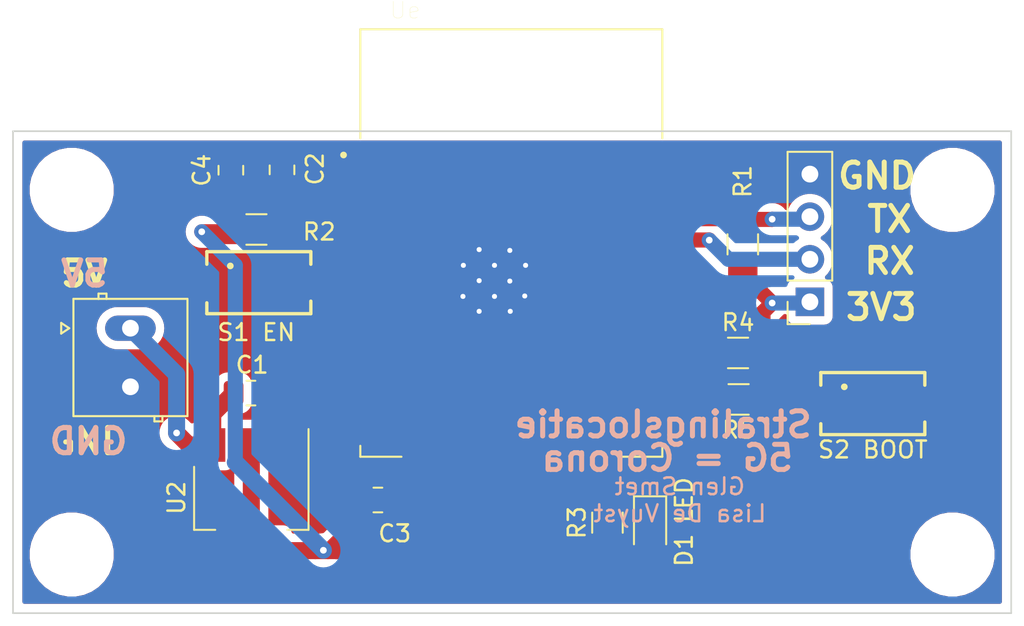
<source format=kicad_pcb>
(kicad_pcb (version 20171130) (host pcbnew "(5.1.9)-1")

  (general
    (thickness 1.6)
    (drawings 15)
    (tracks 87)
    (zones 0)
    (modules 20)
    (nets 11)
  )

  (page A4)
  (layers
    (0 F.Cu signal)
    (31 B.Cu signal)
    (32 B.Adhes user)
    (33 F.Adhes user)
    (34 B.Paste user)
    (35 F.Paste user)
    (36 B.SilkS user)
    (37 F.SilkS user)
    (38 B.Mask user)
    (39 F.Mask user)
    (40 Dwgs.User user)
    (41 Cmts.User user)
    (42 Eco1.User user)
    (43 Eco2.User user)
    (44 Edge.Cuts user)
    (45 Margin user)
    (46 B.CrtYd user)
    (47 F.CrtYd user)
    (48 B.Fab user)
    (49 F.Fab user)
  )

  (setup
    (last_trace_width 0.25)
    (user_trace_width 0.4064)
    (user_trace_width 0.762)
    (user_trace_width 0.9)
    (user_trace_width 1.016)
    (trace_clearance 0.2)
    (zone_clearance 0.508)
    (zone_45_only no)
    (trace_min 0.2)
    (via_size 0.8)
    (via_drill 0.4)
    (via_min_size 0.4)
    (via_min_drill 0.3)
    (user_via 2 1)
    (uvia_size 0.3)
    (uvia_drill 0.1)
    (uvias_allowed no)
    (uvia_min_size 0.2)
    (uvia_min_drill 0.1)
    (edge_width 0.05)
    (segment_width 0.2)
    (pcb_text_width 0.3)
    (pcb_text_size 1.5 1.5)
    (mod_edge_width 0.12)
    (mod_text_size 1 1)
    (mod_text_width 0.15)
    (pad_size 2.3 1.5)
    (pad_drill 0)
    (pad_to_mask_clearance 0)
    (aux_axis_origin 178 42)
    (visible_elements 7FFFFFFF)
    (pcbplotparams
      (layerselection 0x010f0_ffffffff)
      (usegerberextensions true)
      (usegerberattributes false)
      (usegerberadvancedattributes false)
      (creategerberjobfile false)
      (excludeedgelayer true)
      (linewidth 0.100000)
      (plotframeref false)
      (viasonmask false)
      (mode 1)
      (useauxorigin false)
      (hpglpennumber 1)
      (hpglpenspeed 20)
      (hpglpendiameter 15.000000)
      (psnegative false)
      (psa4output false)
      (plotreference true)
      (plotvalue true)
      (plotinvisibletext false)
      (padsonsilk true)
      (subtractmaskfromsilk false)
      (outputformat 1)
      (mirror false)
      (drillshape 0)
      (scaleselection 1)
      (outputdirectory ""))
  )

  (net 0 "")
  (net 1 "Net-(D1-Pad2)")
  (net 2 gnd)
  (net 3 5v)
  (net 4 3v3)
  (net 5 "Net-(R4-Pad1)")
  (net 6 /Tx)
  (net 7 /Rx)
  (net 8 "Net-(R3-Pad2)")
  (net 9 "Net-(R2-Pad1)")
  (net 10 "Net-(R5-Pad2)")

  (net_class Default "This is the default net class."
    (clearance 0.2)
    (trace_width 0.25)
    (via_dia 0.8)
    (via_drill 0.4)
    (uvia_dia 0.3)
    (uvia_drill 0.1)
    (add_net /Rx)
    (add_net /Tx)
    (add_net 3v3)
    (add_net 5v)
    (add_net "Net-(D1-Pad2)")
    (add_net "Net-(R2-Pad1)")
    (add_net "Net-(R3-Pad2)")
    (add_net "Net-(R4-Pad1)")
    (add_net "Net-(R5-Pad2)")
    (add_net gnd)
  )

  (module "ESP32-WROOM-32E__16MB_:MODULE_ESP32-WROOM-32E_(16MB)" (layer F.Cu) (tedit 6071C466) (tstamp 6048D44C)
    (at 145.202 46.42)
    (path /60424348)
    (zone_connect 2)
    (fp_text reference Ue (at -6.325 -13.885) (layer F.SilkS)
      (effects (font (size 1 1) (thickness 0.015)))
    )
    (fp_text value "ESP32-WROOM-32E_(16MB)" (at 8.915 14.365) (layer F.Fab)
      (effects (font (size 1 1) (thickness 0.015)))
    )
    (fp_line (start -9 -12.75) (end 9 -12.75) (layer F.Fab) (width 0.127))
    (fp_line (start 9 -12.75) (end 9 -6.45) (layer F.Fab) (width 0.127))
    (fp_line (start 9 -6.45) (end 9 12.75) (layer F.Fab) (width 0.127))
    (fp_line (start 9 12.75) (end -9 12.75) (layer F.Fab) (width 0.127))
    (fp_line (start -9 12.75) (end -9 -6.45) (layer F.Fab) (width 0.127))
    (fp_line (start -9 -12.75) (end -9 -6.45) (layer F.Fab) (width 0.127))
    (fp_line (start -9 -6.45) (end 9 -6.45) (layer F.Fab) (width 0.127))
    (fp_poly (pts (xy -9 -12.75) (xy 9 -12.75) (xy 9 -6.45) (xy -9 -6.45)) (layer Dwgs.User) (width 0.01))
    (fp_poly (pts (xy -9 -12.75) (xy 9 -12.75) (xy 9 -6.45) (xy -9 -6.45)) (layer Dwgs.User) (width 0.01))
    (fp_line (start -9.25 -13) (end 9.25 -13) (layer F.CrtYd) (width 0.05))
    (fp_line (start 9.25 -13) (end 9.25 -6) (layer F.CrtYd) (width 0.05))
    (fp_line (start 9.25 -6) (end 9.75 -6) (layer F.CrtYd) (width 0.05))
    (fp_line (start 9.75 -6) (end 9.75 13.5) (layer F.CrtYd) (width 0.05))
    (fp_line (start 9.75 13.5) (end -9.75 13.5) (layer F.CrtYd) (width 0.05))
    (fp_line (start -9.75 13.5) (end -9.75 -6) (layer F.CrtYd) (width 0.05))
    (fp_line (start -9.75 -6) (end -9.25 -6) (layer F.CrtYd) (width 0.05))
    (fp_line (start -9.25 -6) (end -9.25 -13) (layer F.CrtYd) (width 0.05))
    (fp_circle (center -10 -5.25) (end -9.9 -5.25) (layer F.Fab) (width 0.2))
    (fp_circle (center -10 -5.25) (end -9.9 -5.25) (layer F.SilkS) (width 0.2))
    (fp_line (start -9 12.1) (end -9 12.75) (layer F.SilkS) (width 0.127))
    (fp_line (start -9 12.75) (end -6.55 12.75) (layer F.SilkS) (width 0.127))
    (fp_line (start 6.55 12.75) (end 9 12.75) (layer F.SilkS) (width 0.127))
    (fp_line (start 9 12.75) (end 9 12.1) (layer F.SilkS) (width 0.127))
    (fp_line (start -9 -6.25) (end -9 -12.75) (layer F.SilkS) (width 0.127))
    (fp_line (start -9 -12.75) (end 9 -12.75) (layer F.SilkS) (width 0.127))
    (fp_line (start 9 -12.75) (end 9 -6.25) (layer F.SilkS) (width 0.127))
    (fp_text user ANTENNA (at -6 -9) (layer F.Fab)
      (effects (font (size 1.4 1.4) (thickness 0.015)))
    )
    (pad 1 smd rect (at -8.5 -5.26) (size 2 0.9) (layers F.Cu F.Paste F.Mask)
      (net 2 gnd) (zone_connect 2))
    (pad 2 smd rect (at -8.5 -3.99) (size 2 0.9) (layers F.Cu F.Paste F.Mask)
      (net 4 3v3) (zone_connect 2))
    (pad 3 smd rect (at -8.5 -2.72) (size 2 0.9) (layers F.Cu F.Paste F.Mask)
      (net 9 "Net-(R2-Pad1)") (zone_connect 2))
    (pad 4 smd rect (at -8.5 -1.45) (size 2 0.9) (layers F.Cu F.Paste F.Mask)
      (zone_connect 2))
    (pad 5 smd rect (at -8.5 -0.18) (size 2 0.9) (layers F.Cu F.Paste F.Mask)
      (zone_connect 2))
    (pad 6 smd rect (at -8.5 1.09) (size 2 0.9) (layers F.Cu F.Paste F.Mask)
      (zone_connect 2))
    (pad 7 smd rect (at -8.5 2.36) (size 2 0.9) (layers F.Cu F.Paste F.Mask)
      (zone_connect 2))
    (pad 8 smd rect (at -8.5 3.63) (size 2 0.9) (layers F.Cu F.Paste F.Mask)
      (zone_connect 2))
    (pad 9 smd rect (at -8.5 4.9) (size 2 0.9) (layers F.Cu F.Paste F.Mask)
      (zone_connect 2))
    (pad 10 smd rect (at -8.5 6.17) (size 2 0.9) (layers F.Cu F.Paste F.Mask)
      (zone_connect 2))
    (pad 11 smd rect (at -8.5 7.44) (size 2 0.9) (layers F.Cu F.Paste F.Mask)
      (zone_connect 2))
    (pad 12 smd rect (at -8.5 8.71) (size 2 0.9) (layers F.Cu F.Paste F.Mask)
      (zone_connect 2))
    (pad 13 smd rect (at -8.5 9.98) (size 2 0.9) (layers F.Cu F.Paste F.Mask)
      (zone_connect 2))
    (pad 14 smd rect (at -8.5 11.25) (size 2 0.9) (layers F.Cu F.Paste F.Mask)
      (zone_connect 2))
    (pad 15 smd rect (at -5.715 12.25) (size 0.9 2) (layers F.Cu F.Paste F.Mask)
      (net 2 gnd) (zone_connect 2))
    (pad 16 smd rect (at -4.445 12.25) (size 0.9 2) (layers F.Cu F.Paste F.Mask)
      (zone_connect 2))
    (pad 17 smd rect (at -3.175 12.25) (size 0.9 2) (layers F.Cu F.Paste F.Mask)
      (zone_connect 2))
    (pad 18 smd rect (at -1.905 12.25) (size 0.9 2) (layers F.Cu F.Paste F.Mask)
      (zone_connect 2))
    (pad 19 smd rect (at -0.635 12.25) (size 0.9 2) (layers F.Cu F.Paste F.Mask)
      (zone_connect 2))
    (pad 20 smd rect (at 0.635 12.25) (size 0.9 2) (layers F.Cu F.Paste F.Mask)
      (zone_connect 2))
    (pad 21 smd rect (at 1.905 12.25) (size 0.9 2) (layers F.Cu F.Paste F.Mask)
      (zone_connect 2))
    (pad 22 smd rect (at 3.175 12.25) (size 0.9 2) (layers F.Cu F.Paste F.Mask)
      (zone_connect 2))
    (pad 23 smd rect (at 4.445 12.25) (size 0.9 2) (layers F.Cu F.Paste F.Mask)
      (zone_connect 2))
    (pad 24 smd rect (at 5.715 12.25) (size 0.9 2) (layers F.Cu F.Paste F.Mask)
      (net 8 "Net-(R3-Pad2)") (zone_connect 2))
    (pad 25 smd rect (at 8.5 11.25) (size 2 0.9) (layers F.Cu F.Paste F.Mask)
      (net 10 "Net-(R5-Pad2)") (zone_connect 2))
    (pad 26 smd rect (at 8.5 9.98) (size 2 0.9) (layers F.Cu F.Paste F.Mask)
      (zone_connect 2))
    (pad 27 smd rect (at 8.5 8.71) (size 2 0.9) (layers F.Cu F.Paste F.Mask)
      (zone_connect 2))
    (pad 28 smd rect (at 8.5 7.44) (size 2 0.9) (layers F.Cu F.Paste F.Mask)
      (zone_connect 2))
    (pad 29 smd rect (at 8.5 6.17) (size 2 0.9) (layers F.Cu F.Paste F.Mask)
      (net 5 "Net-(R4-Pad1)") (zone_connect 2))
    (pad 30 smd rect (at 8.5 4.9) (size 2 0.9) (layers F.Cu F.Paste F.Mask)
      (zone_connect 2))
    (pad 31 smd rect (at 8.5 3.63) (size 2 0.9) (layers F.Cu F.Paste F.Mask)
      (zone_connect 2))
    (pad 32 smd rect (at 8.5 2.36) (size 2 0.9) (layers F.Cu F.Paste F.Mask)
      (zone_connect 2))
    (pad 33 smd rect (at 8.5 1.09) (size 2 0.9) (layers F.Cu F.Paste F.Mask)
      (zone_connect 2))
    (pad 34 smd rect (at 8.5 -0.18) (size 2 0.9) (layers F.Cu F.Paste F.Mask)
      (net 7 /Rx) (zone_connect 2))
    (pad 35 smd rect (at 8.5 -1.45) (size 2 0.9) (layers F.Cu F.Paste F.Mask)
      (net 6 /Tx) (zone_connect 2))
    (pad 36 smd rect (at 8.5 -2.72) (size 2 0.9) (layers F.Cu F.Paste F.Mask)
      (zone_connect 2))
    (pad 37 smd rect (at 8.5 -3.99) (size 2 0.9) (layers F.Cu F.Paste F.Mask)
      (zone_connect 2))
    (pad 38 smd rect (at 8.5 -5.26) (size 2 0.9) (layers F.Cu F.Paste F.Mask)
      (net 2 gnd) (zone_connect 2))
    (pad 39_1 smd rect (at -2.835 0.405) (size 1.33 1.33) (layers F.Cu F.Paste F.Mask)
      (net 2 gnd) (zone_connect 2))
    (pad 39_2 smd rect (at -1 0.405) (size 1.33 1.33) (layers F.Cu F.Paste F.Mask)
      (net 2 gnd) (zone_connect 2))
    (pad 39_3 smd rect (at 0.835 0.405) (size 1.33 1.33) (layers F.Cu F.Paste F.Mask)
      (net 2 gnd) (zone_connect 2))
    (pad 39_4 smd rect (at -2.835 2.24) (size 1.33 1.33) (layers F.Cu F.Paste F.Mask)
      (net 2 gnd) (zone_connect 2))
    (pad 39_5 smd rect (at -1 2.24) (size 1.33 1.33) (layers F.Cu F.Paste F.Mask)
      (net 2 gnd) (zone_connect 2))
    (pad 39_6 smd rect (at 0.835 2.24) (size 1.33 1.33) (layers F.Cu F.Paste F.Mask)
      (net 2 gnd) (zone_connect 2))
    (pad 39_7 smd rect (at -2.835 4.075) (size 1.33 1.33) (layers F.Cu F.Paste F.Mask)
      (net 2 gnd) (zone_connect 2))
    (pad 39_8 smd rect (at -1 4.075) (size 1.33 1.33) (layers F.Cu F.Paste F.Mask)
      (net 2 gnd) (zone_connect 2))
    (pad 39_9 smd rect (at 0.835 4.075) (size 1.33 1.33) (layers F.Cu F.Paste F.Mask)
      (net 2 gnd) (zone_connect 2))
    (pad 39_20 thru_hole circle (at -1.9175 4.075) (size 0.4 0.4) (drill 0.3) (layers *.Cu *.Mask)
      (net 2 gnd) (zone_connect 2))
    (pad 39_20 thru_hole circle (at -0.0633 4.075) (size 0.4 0.4) (drill 0.3) (layers *.Cu *.Mask)
      (net 2 gnd) (zone_connect 2))
    (pad 39_20 thru_hole circle (at 0.8003 3.1606) (size 0.4 0.4) (drill 0.3) (layers *.Cu *.Mask)
      (net 2 gnd) (zone_connect 2))
    (pad 39_20 thru_hole circle (at 0.8511 1.3318) (size 0.4 0.4) (drill 0.3) (layers *.Cu *.Mask)
      (net 2 gnd) (zone_connect 2))
    (pad 39_20 thru_hole circle (at -1.0031 1.3318) (size 0.4 0.4) (drill 0.3) (layers *.Cu *.Mask)
      (net 2 gnd) (zone_connect 2))
    (pad 39_20 thru_hole circle (at -2.8573 1.3318) (size 0.4 0.4) (drill 0.3) (layers *.Cu *.Mask)
      (net 2 gnd) (zone_connect 2))
    (pad 39_20 thru_hole circle (at -2.8827 3.186) (size 0.4 0.4) (drill 0.3) (layers *.Cu *.Mask)
      (net 2 gnd) (zone_connect 2))
    (pad 39_20 thru_hole circle (at -1.0031 3.186) (size 0.4 0.4) (drill 0.3) (layers *.Cu *.Mask)
      (net 2 gnd) (zone_connect 2))
    (pad 39_20 thru_hole circle (at -1.9175 2.2462) (size 0.4 0.4) (drill 0.3) (layers *.Cu *.Mask)
      (net 2 gnd) (zone_connect 2))
    (pad 39_20 thru_hole circle (at -1.9175 0.392) (size 0.4 0.4) (drill 0.3) (layers *.Cu *.Mask)
      (net 2 gnd) (zone_connect 2))
    (pad 39_20 thru_hole circle (at -0.0887 0.4428) (size 0.4 0.4) (drill 0.3) (layers *.Cu *.Mask)
      (net 2 gnd) (zone_connect 2))
    (pad 39_20 thru_hole circle (at -0.0887 2.2716) (size 0.4 0.4) (drill 0.3) (layers *.Cu *.Mask)
      (net 2 gnd) (zone_connect 2))
  )

  (module Capacitor_SMD:C_0805_2012Metric_Pad1.18x1.45mm_HandSolder (layer F.Cu) (tedit 60647E72) (tstamp 6048CF13)
    (at 129.6835 55.373)
    (descr "Capacitor SMD 0805 (2012 Metric), square (rectangular) end terminal, IPC_7351 nominal with elongated pad for handsoldering. (Body size source: IPC-SM-782 page 76, https://www.pcb-3d.com/wordpress/wp-content/uploads/ipc-sm-782a_amendment_1_and_2.pdf, https://docs.google.com/spreadsheets/d/1BsfQQcO9C6DZCsRaXUlFlo91Tg2WpOkGARC1WS5S8t0/edit?usp=sharing), generated with kicad-footprint-generator")
    (tags "capacitor handsolder")
    (path /6046D12A)
    (attr smd)
    (fp_text reference C1 (at 0.0665 -1.68) (layer F.SilkS)
      (effects (font (size 1 1) (thickness 0.15)))
    )
    (fp_text value 10u (at 0 1.68) (layer F.Fab) hide
      (effects (font (size 1 1) (thickness 0.15)))
    )
    (fp_line (start 1.88 0.98) (end -1.88 0.98) (layer F.CrtYd) (width 0.05))
    (fp_line (start 1.88 -0.98) (end 1.88 0.98) (layer F.CrtYd) (width 0.05))
    (fp_line (start -1.88 -0.98) (end 1.88 -0.98) (layer F.CrtYd) (width 0.05))
    (fp_line (start -1.88 0.98) (end -1.88 -0.98) (layer F.CrtYd) (width 0.05))
    (fp_line (start -0.261252 0.735) (end 0.261252 0.735) (layer F.SilkS) (width 0.12))
    (fp_line (start -0.261252 -0.735) (end 0.261252 -0.735) (layer F.SilkS) (width 0.12))
    (fp_line (start 1 0.625) (end -1 0.625) (layer F.Fab) (width 0.1))
    (fp_line (start 1 -0.625) (end 1 0.625) (layer F.Fab) (width 0.1))
    (fp_line (start -1 -0.625) (end 1 -0.625) (layer F.Fab) (width 0.1))
    (fp_line (start -1 0.625) (end -1 -0.625) (layer F.Fab) (width 0.1))
    (fp_text user %R (at 0 0) (layer F.Fab) hide
      (effects (font (size 0.5 0.5) (thickness 0.08)))
    )
    (pad 2 smd roundrect (at 1.0375 0) (size 1.175 1.45) (layers F.Cu F.Paste F.Mask) (roundrect_rratio 0.213)
      (net 2 gnd) (zone_connect 2))
    (pad 1 smd roundrect (at -1.0375 0) (size 1.175 1.45) (layers F.Cu F.Paste F.Mask) (roundrect_rratio 0.2127659574468085)
      (net 3 5v))
    (model ${KISYS3DMOD}/Capacitor_SMD.3dshapes/C_0805_2012Metric.wrl
      (at (xyz 0 0 0))
      (scale (xyz 1 1 1))
      (rotate (xyz 0 0 0))
    )
  )

  (module Capacitor_SMD:C_0805_2012Metric_Pad1.18x1.45mm_HandSolder (layer F.Cu) (tedit 60647E03) (tstamp 6048CF24)
    (at 131.534 42.056 90)
    (descr "Capacitor SMD 0805 (2012 Metric), square (rectangular) end terminal, IPC_7351 nominal with elongated pad for handsoldering. (Body size source: IPC-SM-782 page 76, https://www.pcb-3d.com/wordpress/wp-content/uploads/ipc-sm-782a_amendment_1_and_2.pdf, https://docs.google.com/spreadsheets/d/1BsfQQcO9C6DZCsRaXUlFlo91Tg2WpOkGARC1WS5S8t0/edit?usp=sharing), generated with kicad-footprint-generator")
    (tags "capacitor handsolder")
    (path /6046DEED)
    (attr smd)
    (fp_text reference C2 (at 0.056 1.966 90) (layer F.SilkS)
      (effects (font (size 1 1) (thickness 0.15)))
    )
    (fp_text value 10u (at 0 1.68 90) (layer F.Fab) hide
      (effects (font (size 1 1) (thickness 0.15)))
    )
    (fp_line (start -1 0.625) (end -1 -0.625) (layer F.Fab) (width 0.1))
    (fp_line (start -1 -0.625) (end 1 -0.625) (layer F.Fab) (width 0.1))
    (fp_line (start 1 -0.625) (end 1 0.625) (layer F.Fab) (width 0.1))
    (fp_line (start 1 0.625) (end -1 0.625) (layer F.Fab) (width 0.1))
    (fp_line (start -0.261252 -0.735) (end 0.261252 -0.735) (layer F.SilkS) (width 0.12))
    (fp_line (start -0.261252 0.735) (end 0.261252 0.735) (layer F.SilkS) (width 0.12))
    (fp_line (start -1.88 0.98) (end -1.88 -0.98) (layer F.CrtYd) (width 0.05))
    (fp_line (start -1.88 -0.98) (end 1.88 -0.98) (layer F.CrtYd) (width 0.05))
    (fp_line (start 1.88 -0.98) (end 1.88 0.98) (layer F.CrtYd) (width 0.05))
    (fp_line (start 1.88 0.98) (end -1.88 0.98) (layer F.CrtYd) (width 0.05))
    (fp_text user %R (at 0 0 90) (layer F.Fab) hide
      (effects (font (size 0.5 0.5) (thickness 0.08)))
    )
    (pad 1 smd roundrect (at -1.0375 0 90) (size 1.175 1.45) (layers F.Cu F.Paste F.Mask) (roundrect_rratio 0.2127659574468085)
      (net 4 3v3))
    (pad 2 smd roundrect (at 1.0375 0 90) (size 1.175 1.45) (layers F.Cu F.Paste F.Mask) (roundrect_rratio 0.213)
      (net 2 gnd) (zone_connect 2))
    (model ${KISYS3DMOD}/Capacitor_SMD.3dshapes/C_0805_2012Metric.wrl
      (at (xyz 0 0 0))
      (scale (xyz 1 1 1))
      (rotate (xyz 0 0 0))
    )
  )

  (module Capacitor_SMD:C_0805_2012Metric_Pad1.18x1.45mm_HandSolder (layer F.Cu) (tedit 60647E7A) (tstamp 6048CF35)
    (at 137.25 61.75)
    (descr "Capacitor SMD 0805 (2012 Metric), square (rectangular) end terminal, IPC_7351 nominal with elongated pad for handsoldering. (Body size source: IPC-SM-782 page 76, https://www.pcb-3d.com/wordpress/wp-content/uploads/ipc-sm-782a_amendment_1_and_2.pdf, https://docs.google.com/spreadsheets/d/1BsfQQcO9C6DZCsRaXUlFlo91Tg2WpOkGARC1WS5S8t0/edit?usp=sharing), generated with kicad-footprint-generator")
    (tags "capacitor handsolder")
    (path /607C8BC1)
    (attr smd)
    (fp_text reference C3 (at 1 2) (layer F.SilkS)
      (effects (font (size 1 1) (thickness 0.15)))
    )
    (fp_text value 10u (at 0 1.68) (layer F.Fab) hide
      (effects (font (size 1 1) (thickness 0.15)))
    )
    (fp_line (start 1.88 0.98) (end -1.88 0.98) (layer F.CrtYd) (width 0.05))
    (fp_line (start 1.88 -0.98) (end 1.88 0.98) (layer F.CrtYd) (width 0.05))
    (fp_line (start -1.88 -0.98) (end 1.88 -0.98) (layer F.CrtYd) (width 0.05))
    (fp_line (start -1.88 0.98) (end -1.88 -0.98) (layer F.CrtYd) (width 0.05))
    (fp_line (start -0.261252 0.735) (end 0.261252 0.735) (layer F.SilkS) (width 0.12))
    (fp_line (start -0.261252 -0.735) (end 0.261252 -0.735) (layer F.SilkS) (width 0.12))
    (fp_line (start 1 0.625) (end -1 0.625) (layer F.Fab) (width 0.1))
    (fp_line (start 1 -0.625) (end 1 0.625) (layer F.Fab) (width 0.1))
    (fp_line (start -1 -0.625) (end 1 -0.625) (layer F.Fab) (width 0.1))
    (fp_line (start -1 0.625) (end -1 -0.625) (layer F.Fab) (width 0.1))
    (fp_text user %R (at 0 0) (layer F.Fab) hide
      (effects (font (size 0.5 0.5) (thickness 0.08)))
    )
    (pad 2 smd roundrect (at 1.0375 0) (size 1.175 1.45) (layers F.Cu F.Paste F.Mask) (roundrect_rratio 0.213)
      (net 2 gnd) (zone_connect 2))
    (pad 1 smd roundrect (at -1.0375 0) (size 1.175 1.45) (layers F.Cu F.Paste F.Mask) (roundrect_rratio 0.2127659574468085)
      (net 4 3v3))
    (model ${KISYS3DMOD}/Capacitor_SMD.3dshapes/C_0805_2012Metric.wrl
      (at (xyz 0 0 0))
      (scale (xyz 1 1 1))
      (rotate (xyz 0 0 0))
    )
  )

  (module Capacitor_SMD:C_0805_2012Metric_Pad1.18x1.45mm_HandSolder (layer F.Cu) (tedit 60647E0C) (tstamp 6048CF46)
    (at 128.486 42.0775 90)
    (descr "Capacitor SMD 0805 (2012 Metric), square (rectangular) end terminal, IPC_7351 nominal with elongated pad for handsoldering. (Body size source: IPC-SM-782 page 76, https://www.pcb-3d.com/wordpress/wp-content/uploads/ipc-sm-782a_amendment_1_and_2.pdf, https://docs.google.com/spreadsheets/d/1BsfQQcO9C6DZCsRaXUlFlo91Tg2WpOkGARC1WS5S8t0/edit?usp=sharing), generated with kicad-footprint-generator")
    (tags "capacitor handsolder")
    (path /607C9FEA)
    (attr smd)
    (fp_text reference C4 (at 0 -1.736 90) (layer F.SilkS)
      (effects (font (size 1 1) (thickness 0.15)))
    )
    (fp_text value 100n (at 0 1.68 90) (layer F.Fab) hide
      (effects (font (size 1 1) (thickness 0.15)))
    )
    (fp_line (start -1 0.625) (end -1 -0.625) (layer F.Fab) (width 0.1))
    (fp_line (start -1 -0.625) (end 1 -0.625) (layer F.Fab) (width 0.1))
    (fp_line (start 1 -0.625) (end 1 0.625) (layer F.Fab) (width 0.1))
    (fp_line (start 1 0.625) (end -1 0.625) (layer F.Fab) (width 0.1))
    (fp_line (start -0.261252 -0.735) (end 0.261252 -0.735) (layer F.SilkS) (width 0.12))
    (fp_line (start -0.261252 0.735) (end 0.261252 0.735) (layer F.SilkS) (width 0.12))
    (fp_line (start -1.88 0.98) (end -1.88 -0.98) (layer F.CrtYd) (width 0.05))
    (fp_line (start -1.88 -0.98) (end 1.88 -0.98) (layer F.CrtYd) (width 0.05))
    (fp_line (start 1.88 -0.98) (end 1.88 0.98) (layer F.CrtYd) (width 0.05))
    (fp_line (start 1.88 0.98) (end -1.88 0.98) (layer F.CrtYd) (width 0.05))
    (fp_text user %R (at 0 0 90) (layer F.Fab) hide
      (effects (font (size 0.5 0.5) (thickness 0.08)))
    )
    (pad 1 smd roundrect (at -1.0375 0 90) (size 1.175 1.45) (layers F.Cu F.Paste F.Mask) (roundrect_rratio 0.2127659574468085)
      (net 4 3v3))
    (pad 2 smd roundrect (at 1.0375 0 90) (size 1.175 1.45) (layers F.Cu F.Paste F.Mask) (roundrect_rratio 0.213)
      (net 2 gnd) (zone_connect 2))
    (model ${KISYS3DMOD}/Capacitor_SMD.3dshapes/C_0805_2012Metric.wrl
      (at (xyz 0 0 0))
      (scale (xyz 1 1 1))
      (rotate (xyz 0 0 0))
    )
  )

  (module LED_SMD:LED_0805_2012Metric_Pad1.15x1.40mm_HandSolder (layer F.Cu) (tedit 60647E82) (tstamp 6048CF7B)
    (at 153.473 63.392 270)
    (descr "LED SMD 0805 (2012 Metric), square (rectangular) end terminal, IPC_7351 nominal, (Body size source: https://docs.google.com/spreadsheets/d/1BsfQQcO9C6DZCsRaXUlFlo91Tg2WpOkGARC1WS5S8t0/edit?usp=sharing), generated with kicad-footprint-generator")
    (tags "LED handsolder")
    (path /6044DAD4)
    (attr smd)
    (fp_text reference D1 (at 1.358 -2.027 90) (layer F.SilkS)
      (effects (font (size 1 1) (thickness 0.15)))
    )
    (fp_text value LED (at -1.642 -2.027 90) (layer F.SilkS)
      (effects (font (size 1 1) (thickness 0.15)))
    )
    (fp_line (start 1 -0.6) (end -0.7 -0.6) (layer F.Fab) (width 0.1))
    (fp_line (start -0.7 -0.6) (end -1 -0.3) (layer F.Fab) (width 0.1))
    (fp_line (start -1 -0.3) (end -1 0.6) (layer F.Fab) (width 0.1))
    (fp_line (start -1 0.6) (end 1 0.6) (layer F.Fab) (width 0.1))
    (fp_line (start 1 0.6) (end 1 -0.6) (layer F.Fab) (width 0.1))
    (fp_line (start 1 -0.96) (end -1.86 -0.96) (layer F.SilkS) (width 0.12))
    (fp_line (start -1.86 -0.96) (end -1.86 0.96) (layer F.SilkS) (width 0.12))
    (fp_line (start -1.86 0.96) (end 1 0.96) (layer F.SilkS) (width 0.12))
    (fp_line (start -1.85 0.95) (end -1.85 -0.95) (layer F.CrtYd) (width 0.05))
    (fp_line (start -1.85 -0.95) (end 1.85 -0.95) (layer F.CrtYd) (width 0.05))
    (fp_line (start 1.85 -0.95) (end 1.85 0.95) (layer F.CrtYd) (width 0.05))
    (fp_line (start 1.85 0.95) (end -1.85 0.95) (layer F.CrtYd) (width 0.05))
    (fp_text user %R (at 0 0 90) (layer F.Fab) hide
      (effects (font (size 0.5 0.5) (thickness 0.08)))
    )
    (pad 1 smd roundrect (at -1.025 0 270) (size 1.15 1.4) (layers F.Cu F.Paste F.Mask) (roundrect_rratio 0.217)
      (net 2 gnd) (zone_connect 2))
    (pad 2 smd roundrect (at 1.025 0 270) (size 1.15 1.4) (layers F.Cu F.Paste F.Mask) (roundrect_rratio 0.2173904347826087)
      (net 1 "Net-(D1-Pad2)"))
    (model ${KISYS3DMOD}/LED_SMD.3dshapes/LED_0805_2012Metric.wrl
      (at (xyz 0 0 0))
      (scale (xyz 1 1 1))
      (rotate (xyz 0 0 0))
    )
  )

  (module Connector_PinSocket_2.54mm:PinSocket_1x04_P2.54mm_Vertical (layer F.Cu) (tedit 5A19A429) (tstamp 6048CFBE)
    (at 163 49.93 180)
    (descr "Through hole straight socket strip, 1x04, 2.54mm pitch, single row (from Kicad 4.0.7), script generated")
    (tags "Through hole socket strip THT 1x04 2.54mm single row")
    (path /60952400)
    (zone_connect 2)
    (fp_text reference J1 (at 0 -2.77) (layer F.SilkS) hide
      (effects (font (size 1 1) (thickness 0.15)))
    )
    (fp_text value Conn_01x04_Male (at 0 10.39) (layer F.Fab) hide
      (effects (font (size 1 1) (thickness 0.15)))
    )
    (fp_line (start -1.8 9.4) (end -1.8 -1.8) (layer F.CrtYd) (width 0.05))
    (fp_line (start 1.75 9.4) (end -1.8 9.4) (layer F.CrtYd) (width 0.05))
    (fp_line (start 1.75 -1.8) (end 1.75 9.4) (layer F.CrtYd) (width 0.05))
    (fp_line (start -1.8 -1.8) (end 1.75 -1.8) (layer F.CrtYd) (width 0.05))
    (fp_line (start 0 -1.33) (end 1.33 -1.33) (layer F.SilkS) (width 0.12))
    (fp_line (start 1.33 -1.33) (end 1.33 0) (layer F.SilkS) (width 0.12))
    (fp_line (start 1.33 1.27) (end 1.33 8.95) (layer F.SilkS) (width 0.12))
    (fp_line (start -1.33 8.95) (end 1.33 8.95) (layer F.SilkS) (width 0.12))
    (fp_line (start -1.33 1.27) (end -1.33 8.95) (layer F.SilkS) (width 0.12))
    (fp_line (start -1.33 1.27) (end 1.33 1.27) (layer F.SilkS) (width 0.12))
    (fp_line (start -1.27 8.89) (end -1.27 -1.27) (layer F.Fab) (width 0.1))
    (fp_line (start 1.27 8.89) (end -1.27 8.89) (layer F.Fab) (width 0.1))
    (fp_line (start 1.27 -0.635) (end 1.27 8.89) (layer F.Fab) (width 0.1))
    (fp_line (start 0.635 -1.27) (end 1.27 -0.635) (layer F.Fab) (width 0.1))
    (fp_line (start -1.27 -1.27) (end 0.635 -1.27) (layer F.Fab) (width 0.1))
    (fp_text user %R (at 0 3.81 90) (layer F.Fab) hide
      (effects (font (size 1 1) (thickness 0.15)))
    )
    (pad 4 thru_hole oval (at 0 7.62 180) (size 1.7 1.7) (drill 1) (layers *.Cu *.Mask)
      (net 2 gnd) (zone_connect 2))
    (pad 3 thru_hole oval (at 0 5.08 180) (size 1.7 1.7) (drill 1) (layers *.Cu *.Mask)
      (net 6 /Tx) (zone_connect 2))
    (pad 2 thru_hole oval (at 0 2.54 180) (size 1.7 1.7) (drill 1) (layers *.Cu *.Mask)
      (net 7 /Rx) (zone_connect 2))
    (pad 1 thru_hole rect (at 0 0 180) (size 1.7 1.7) (drill 1) (layers *.Cu *.Mask)
      (net 4 3v3) (zone_connect 2))
    (model ${KISYS3DMOD}/Connector_PinSocket_2.54mm.3dshapes/PinSocket_1x04_P2.54mm_Vertical.wrl
      (at (xyz 0 0 0))
      (scale (xyz 1 1 1))
      (rotate (xyz 0 0 0))
    )
  )

  (module Resistor_SMD:R_1206_3216Metric_Pad1.42x1.75mm_HandSolder (layer F.Cu) (tedit 5B301BBD) (tstamp 6048D18C)
    (at 159 46.5 90)
    (descr "Resistor SMD 1206 (3216 Metric), square (rectangular) end terminal, IPC_7351 nominal with elongated pad for handsoldering. (Body size source: http://www.tortai-tech.com/upload/download/2011102023233369053.pdf), generated with kicad-footprint-generator")
    (tags "resistor handsolder")
    (path /60475FA4)
    (attr smd)
    (fp_text reference R1 (at 3.75 0 90) (layer F.SilkS)
      (effects (font (size 1 1) (thickness 0.15)))
    )
    (fp_text value 10k (at 0 1.82 90) (layer F.Fab) hide
      (effects (font (size 1 1) (thickness 0.15)))
    )
    (fp_line (start 2.45 1.12) (end -2.45 1.12) (layer F.CrtYd) (width 0.05))
    (fp_line (start 2.45 -1.12) (end 2.45 1.12) (layer F.CrtYd) (width 0.05))
    (fp_line (start -2.45 -1.12) (end 2.45 -1.12) (layer F.CrtYd) (width 0.05))
    (fp_line (start -2.45 1.12) (end -2.45 -1.12) (layer F.CrtYd) (width 0.05))
    (fp_line (start -0.602064 0.91) (end 0.602064 0.91) (layer F.SilkS) (width 0.12))
    (fp_line (start -0.602064 -0.91) (end 0.602064 -0.91) (layer F.SilkS) (width 0.12))
    (fp_line (start 1.6 0.8) (end -1.6 0.8) (layer F.Fab) (width 0.1))
    (fp_line (start 1.6 -0.8) (end 1.6 0.8) (layer F.Fab) (width 0.1))
    (fp_line (start -1.6 -0.8) (end 1.6 -0.8) (layer F.Fab) (width 0.1))
    (fp_line (start -1.6 0.8) (end -1.6 -0.8) (layer F.Fab) (width 0.1))
    (fp_text user %R (at 0 0 90) (layer F.Fab) hide
      (effects (font (size 0.8 0.8) (thickness 0.12)))
    )
    (pad 2 smd roundrect (at 1.4875 0 90) (size 1.425 1.75) (layers F.Cu F.Paste F.Mask) (roundrect_rratio 0.1754385964912281)
      (net 6 /Tx))
    (pad 1 smd roundrect (at -1.4875 0 90) (size 1.425 1.75) (layers F.Cu F.Paste F.Mask) (roundrect_rratio 0.1754385964912281)
      (net 4 3v3))
    (model ${KISYS3DMOD}/Resistor_SMD.3dshapes/R_1206_3216Metric.wrl
      (at (xyz 0 0 0))
      (scale (xyz 1 1 1))
      (rotate (xyz 0 0 0))
    )
  )

  (module Resistor_SMD:R_1206_3216Metric_Pad1.42x1.75mm_HandSolder (layer F.Cu) (tedit 5B301BBD) (tstamp 6048D19D)
    (at 130.01 45.612 180)
    (descr "Resistor SMD 1206 (3216 Metric), square (rectangular) end terminal, IPC_7351 nominal with elongated pad for handsoldering. (Body size source: http://www.tortai-tech.com/upload/download/2011102023233369053.pdf), generated with kicad-footprint-generator")
    (tags "resistor handsolder")
    (path /6042E8D5)
    (attr smd)
    (fp_text reference R2 (at -3.74 -0.138) (layer F.SilkS)
      (effects (font (size 1 1) (thickness 0.15)))
    )
    (fp_text value 10k (at 0 1.82) (layer F.Fab) hide
      (effects (font (size 1 1) (thickness 0.15)))
    )
    (fp_line (start -1.6 0.8) (end -1.6 -0.8) (layer F.Fab) (width 0.1))
    (fp_line (start -1.6 -0.8) (end 1.6 -0.8) (layer F.Fab) (width 0.1))
    (fp_line (start 1.6 -0.8) (end 1.6 0.8) (layer F.Fab) (width 0.1))
    (fp_line (start 1.6 0.8) (end -1.6 0.8) (layer F.Fab) (width 0.1))
    (fp_line (start -0.602064 -0.91) (end 0.602064 -0.91) (layer F.SilkS) (width 0.12))
    (fp_line (start -0.602064 0.91) (end 0.602064 0.91) (layer F.SilkS) (width 0.12))
    (fp_line (start -2.45 1.12) (end -2.45 -1.12) (layer F.CrtYd) (width 0.05))
    (fp_line (start -2.45 -1.12) (end 2.45 -1.12) (layer F.CrtYd) (width 0.05))
    (fp_line (start 2.45 -1.12) (end 2.45 1.12) (layer F.CrtYd) (width 0.05))
    (fp_line (start 2.45 1.12) (end -2.45 1.12) (layer F.CrtYd) (width 0.05))
    (fp_text user %R (at 0 0) (layer F.Fab) hide
      (effects (font (size 0.8 0.8) (thickness 0.12)))
    )
    (pad 1 smd roundrect (at -1.4875 0 180) (size 1.425 1.75) (layers F.Cu F.Paste F.Mask) (roundrect_rratio 0.1754385964912281)
      (net 9 "Net-(R2-Pad1)"))
    (pad 2 smd roundrect (at 1.4875 0 180) (size 1.425 1.75) (layers F.Cu F.Paste F.Mask) (roundrect_rratio 0.1754385964912281)
      (net 4 3v3))
    (model ${KISYS3DMOD}/Resistor_SMD.3dshapes/R_1206_3216Metric.wrl
      (at (xyz 0 0 0))
      (scale (xyz 1 1 1))
      (rotate (xyz 0 0 0))
    )
  )

  (module Resistor_SMD:R_1206_3216Metric_Pad1.42x1.75mm_HandSolder (layer F.Cu) (tedit 5B301BBD) (tstamp 6048D1AE)
    (at 150.933 63.1015 90)
    (descr "Resistor SMD 1206 (3216 Metric), square (rectangular) end terminal, IPC_7351 nominal with elongated pad for handsoldering. (Body size source: http://www.tortai-tech.com/upload/download/2011102023233369053.pdf), generated with kicad-footprint-generator")
    (tags "resistor handsolder")
    (path /6044FE32)
    (attr smd)
    (fp_text reference R3 (at 0 -1.82 90) (layer F.SilkS)
      (effects (font (size 1 1) (thickness 0.15)))
    )
    (fp_text value 1k (at 0 1.82 90) (layer F.Fab) hide
      (effects (font (size 1 1) (thickness 0.15)))
    )
    (fp_line (start -1.6 0.8) (end -1.6 -0.8) (layer F.Fab) (width 0.1))
    (fp_line (start -1.6 -0.8) (end 1.6 -0.8) (layer F.Fab) (width 0.1))
    (fp_line (start 1.6 -0.8) (end 1.6 0.8) (layer F.Fab) (width 0.1))
    (fp_line (start 1.6 0.8) (end -1.6 0.8) (layer F.Fab) (width 0.1))
    (fp_line (start -0.602064 -0.91) (end 0.602064 -0.91) (layer F.SilkS) (width 0.12))
    (fp_line (start -0.602064 0.91) (end 0.602064 0.91) (layer F.SilkS) (width 0.12))
    (fp_line (start -2.45 1.12) (end -2.45 -1.12) (layer F.CrtYd) (width 0.05))
    (fp_line (start -2.45 -1.12) (end 2.45 -1.12) (layer F.CrtYd) (width 0.05))
    (fp_line (start 2.45 -1.12) (end 2.45 1.12) (layer F.CrtYd) (width 0.05))
    (fp_line (start 2.45 1.12) (end -2.45 1.12) (layer F.CrtYd) (width 0.05))
    (fp_text user %R (at 0 0 90) (layer F.Fab) hide
      (effects (font (size 0.8 0.8) (thickness 0.12)))
    )
    (pad 1 smd roundrect (at -1.4875 0 90) (size 1.425 1.75) (layers F.Cu F.Paste F.Mask) (roundrect_rratio 0.1754385964912281)
      (net 1 "Net-(D1-Pad2)"))
    (pad 2 smd roundrect (at 1.4875 0 90) (size 1.425 1.75) (layers F.Cu F.Paste F.Mask) (roundrect_rratio 0.1754385964912281)
      (net 8 "Net-(R3-Pad2)"))
    (model ${KISYS3DMOD}/Resistor_SMD.3dshapes/R_1206_3216Metric.wrl
      (at (xyz 0 0 0))
      (scale (xyz 1 1 1))
      (rotate (xyz 0 0 0))
    )
  )

  (module Resistor_SMD:R_1206_3216Metric_Pad1.42x1.75mm_HandSolder (layer F.Cu) (tedit 5B301BBD) (tstamp 6048D1BF)
    (at 158.7165 52.978)
    (descr "Resistor SMD 1206 (3216 Metric), square (rectangular) end terminal, IPC_7351 nominal with elongated pad for handsoldering. (Body size source: http://www.tortai-tech.com/upload/download/2011102023233369053.pdf), generated with kicad-footprint-generator")
    (tags "resistor handsolder")
    (path /604779EF)
    (attr smd)
    (fp_text reference R4 (at 0 -1.82) (layer F.SilkS)
      (effects (font (size 1 1) (thickness 0.15)))
    )
    (fp_text value 10k (at 0 1.82) (layer F.Fab) hide
      (effects (font (size 1 1) (thickness 0.15)))
    )
    (fp_line (start 2.45 1.12) (end -2.45 1.12) (layer F.CrtYd) (width 0.05))
    (fp_line (start 2.45 -1.12) (end 2.45 1.12) (layer F.CrtYd) (width 0.05))
    (fp_line (start -2.45 -1.12) (end 2.45 -1.12) (layer F.CrtYd) (width 0.05))
    (fp_line (start -2.45 1.12) (end -2.45 -1.12) (layer F.CrtYd) (width 0.05))
    (fp_line (start -0.602064 0.91) (end 0.602064 0.91) (layer F.SilkS) (width 0.12))
    (fp_line (start -0.602064 -0.91) (end 0.602064 -0.91) (layer F.SilkS) (width 0.12))
    (fp_line (start 1.6 0.8) (end -1.6 0.8) (layer F.Fab) (width 0.1))
    (fp_line (start 1.6 -0.8) (end 1.6 0.8) (layer F.Fab) (width 0.1))
    (fp_line (start -1.6 -0.8) (end 1.6 -0.8) (layer F.Fab) (width 0.1))
    (fp_line (start -1.6 0.8) (end -1.6 -0.8) (layer F.Fab) (width 0.1))
    (fp_text user %R (at 0 0) (layer F.Fab) hide
      (effects (font (size 0.8 0.8) (thickness 0.12)))
    )
    (pad 2 smd roundrect (at 1.4875 0) (size 1.425 1.75) (layers F.Cu F.Paste F.Mask) (roundrect_rratio 0.1754385964912281)
      (net 4 3v3))
    (pad 1 smd roundrect (at -1.4875 0) (size 1.425 1.75) (layers F.Cu F.Paste F.Mask) (roundrect_rratio 0.1754385964912281)
      (net 5 "Net-(R4-Pad1)"))
    (model ${KISYS3DMOD}/Resistor_SMD.3dshapes/R_1206_3216Metric.wrl
      (at (xyz 0 0 0))
      (scale (xyz 1 1 1))
      (rotate (xyz 0 0 0))
    )
  )

  (module Resistor_SMD:R_1206_3216Metric_Pad1.42x1.75mm_HandSolder (layer F.Cu) (tedit 5B301BBD) (tstamp 6048D1D0)
    (at 158.75 55.75 180)
    (descr "Resistor SMD 1206 (3216 Metric), square (rectangular) end terminal, IPC_7351 nominal with elongated pad for handsoldering. (Body size source: http://www.tortai-tech.com/upload/download/2011102023233369053.pdf), generated with kicad-footprint-generator")
    (tags "resistor handsolder")
    (path /604461AA)
    (attr smd)
    (fp_text reference R5 (at 0 -1.82) (layer F.SilkS)
      (effects (font (size 1 1) (thickness 0.15)))
    )
    (fp_text value 10k (at 0 1.82) (layer F.Fab) hide
      (effects (font (size 1 1) (thickness 0.15)))
    )
    (fp_line (start 2.45 1.12) (end -2.45 1.12) (layer F.CrtYd) (width 0.05))
    (fp_line (start 2.45 -1.12) (end 2.45 1.12) (layer F.CrtYd) (width 0.05))
    (fp_line (start -2.45 -1.12) (end 2.45 -1.12) (layer F.CrtYd) (width 0.05))
    (fp_line (start -2.45 1.12) (end -2.45 -1.12) (layer F.CrtYd) (width 0.05))
    (fp_line (start -0.602064 0.91) (end 0.602064 0.91) (layer F.SilkS) (width 0.12))
    (fp_line (start -0.602064 -0.91) (end 0.602064 -0.91) (layer F.SilkS) (width 0.12))
    (fp_line (start 1.6 0.8) (end -1.6 0.8) (layer F.Fab) (width 0.1))
    (fp_line (start 1.6 -0.8) (end 1.6 0.8) (layer F.Fab) (width 0.1))
    (fp_line (start -1.6 -0.8) (end 1.6 -0.8) (layer F.Fab) (width 0.1))
    (fp_line (start -1.6 0.8) (end -1.6 -0.8) (layer F.Fab) (width 0.1))
    (fp_text user %R (at 0 0) (layer F.Fab) hide
      (effects (font (size 0.8 0.8) (thickness 0.12)))
    )
    (pad 2 smd roundrect (at 1.4875 0 180) (size 1.425 1.75) (layers F.Cu F.Paste F.Mask) (roundrect_rratio 0.1754385964912281)
      (net 10 "Net-(R5-Pad2)"))
    (pad 1 smd roundrect (at -1.4875 0 180) (size 1.425 1.75) (layers F.Cu F.Paste F.Mask) (roundrect_rratio 0.1754385964912281)
      (net 4 3v3))
    (model ${KISYS3DMOD}/Resistor_SMD.3dshapes/R_1206_3216Metric.wrl
      (at (xyz 0 0 0))
      (scale (xyz 1 1 1))
      (rotate (xyz 0 0 0))
    )
  )

  (module 434111043826:434111043826 (layer F.Cu) (tedit 60647F26) (tstamp 6048D39B)
    (at 130.153 48.787)
    (descr "<B>WS-TASV</B><BR>6x3.5 mm SMD Tact Switch, 2 pins")
    (path /6047D0C9)
    (fp_text reference "S1 EN" (at -0.153 2.963) (layer F.SilkS)
      (effects (font (size 1 1) (thickness 0.15)))
    )
    (fp_text value 434111043826 (at 3.0404 2.769) (layer F.Fab) hide
      (effects (font (size 0.8 0.8) (thickness 0.015)))
    )
    (fp_circle (center -1.7 -1) (end -1.6 -1) (layer F.SilkS) (width 0.2))
    (fp_line (start 3.1 1.85) (end 3.1 1.1) (layer F.SilkS) (width 0.2))
    (fp_line (start -3.1 1.85) (end 3.1 1.85) (layer F.SilkS) (width 0.2))
    (fp_line (start -3.1 1.2) (end -3.1 1.85) (layer F.SilkS) (width 0.2))
    (fp_line (start 3.1 -1.85) (end 3.1 -1.1) (layer F.SilkS) (width 0.2))
    (fp_line (start -3.1 -1.85) (end 3.1 -1.85) (layer F.SilkS) (width 0.2))
    (fp_line (start -3.1 -1.1) (end -3.1 -1.85) (layer F.SilkS) (width 0.2))
    (fp_line (start -3 -1.75) (end -3 1.75) (layer F.Fab) (width 0.1))
    (fp_line (start 3 -1.75) (end -3 -1.75) (layer F.Fab) (width 0.1))
    (fp_line (start 3 1.75) (end 3 -1.75) (layer F.Fab) (width 0.1))
    (fp_line (start -3 1.75) (end 3 1.75) (layer F.Fab) (width 0.1))
    (pad 2 smd rect (at 3.35 0) (size 2.3 1.5) (layers F.Cu F.Paste F.Mask)
      (net 9 "Net-(R2-Pad1)"))
    (pad 1 smd rect (at -3.35 0) (size 2.3 1.5) (layers F.Cu F.Paste F.Mask)
      (net 2 gnd) (zone_connect 2))
  )

  (module 434111043826:434111043826 (layer F.Cu) (tedit 60647E8C) (tstamp 6048D3AC)
    (at 166.75 56)
    (descr "<B>WS-TASV</B><BR>6x3.5 mm SMD Tact Switch, 2 pins")
    (path /60487491)
    (fp_text reference "S2 BOOT" (at 0 2.75) (layer F.SilkS)
      (effects (font (size 1 1) (thickness 0.15)))
    )
    (fp_text value 434111043826 (at 3.0404 2.769) (layer F.Fab) hide
      (effects (font (size 0.8 0.8) (thickness 0.015)))
    )
    (fp_line (start -3 1.75) (end 3 1.75) (layer F.Fab) (width 0.1))
    (fp_line (start 3 1.75) (end 3 -1.75) (layer F.Fab) (width 0.1))
    (fp_line (start 3 -1.75) (end -3 -1.75) (layer F.Fab) (width 0.1))
    (fp_line (start -3 -1.75) (end -3 1.75) (layer F.Fab) (width 0.1))
    (fp_line (start -3.1 -1.1) (end -3.1 -1.85) (layer F.SilkS) (width 0.2))
    (fp_line (start -3.1 -1.85) (end 3.1 -1.85) (layer F.SilkS) (width 0.2))
    (fp_line (start 3.1 -1.85) (end 3.1 -1.1) (layer F.SilkS) (width 0.2))
    (fp_line (start -3.1 1.2) (end -3.1 1.85) (layer F.SilkS) (width 0.2))
    (fp_line (start -3.1 1.85) (end 3.1 1.85) (layer F.SilkS) (width 0.2))
    (fp_line (start 3.1 1.85) (end 3.1 1.1) (layer F.SilkS) (width 0.2))
    (fp_circle (center -1.7 -1) (end -1.6 -1) (layer F.SilkS) (width 0.2))
    (pad 1 smd rect (at -3.35 0) (size 2.3 1.5) (layers F.Cu F.Paste F.Mask)
      (net 10 "Net-(R5-Pad2)"))
    (pad 2 smd rect (at 3.35 0) (size 2.3 1.5) (layers F.Cu F.Paste F.Mask)
      (net 2 gnd) (zone_connect 2))
  )

  (module Package_TO_SOT_SMD:SOT-223-3_TabPin2 (layer F.Cu) (tedit 60647E6B) (tstamp 6048D3F2)
    (at 129.705 61.621 270)
    (descr "module CMS SOT223 4 pins")
    (tags "CMS SOT")
    (path /60464FD8)
    (attr smd)
    (fp_text reference U2 (at 0 4.455 90) (layer F.SilkS)
      (effects (font (size 1 1) (thickness 0.15)))
    )
    (fp_text value AMS1117 (at 0 4.5 90) (layer F.Fab) hide
      (effects (font (size 1 1) (thickness 0.15)))
    )
    (fp_line (start 1.91 3.41) (end 1.91 2.15) (layer F.SilkS) (width 0.12))
    (fp_line (start 1.91 -3.41) (end 1.91 -2.15) (layer F.SilkS) (width 0.12))
    (fp_line (start 4.4 -3.6) (end -4.4 -3.6) (layer F.CrtYd) (width 0.05))
    (fp_line (start 4.4 3.6) (end 4.4 -3.6) (layer F.CrtYd) (width 0.05))
    (fp_line (start -4.4 3.6) (end 4.4 3.6) (layer F.CrtYd) (width 0.05))
    (fp_line (start -4.4 -3.6) (end -4.4 3.6) (layer F.CrtYd) (width 0.05))
    (fp_line (start -1.85 -2.35) (end -0.85 -3.35) (layer F.Fab) (width 0.1))
    (fp_line (start -1.85 -2.35) (end -1.85 3.35) (layer F.Fab) (width 0.1))
    (fp_line (start -1.85 3.41) (end 1.91 3.41) (layer F.SilkS) (width 0.12))
    (fp_line (start -0.85 -3.35) (end 1.85 -3.35) (layer F.Fab) (width 0.1))
    (fp_line (start -4.1 -3.41) (end 1.91 -3.41) (layer F.SilkS) (width 0.12))
    (fp_line (start -1.85 3.35) (end 1.85 3.35) (layer F.Fab) (width 0.1))
    (fp_line (start 1.85 -3.35) (end 1.85 3.35) (layer F.Fab) (width 0.1))
    (fp_text user %R (at 0 0) (layer F.Fab) hide
      (effects (font (size 0.8 0.8) (thickness 0.12)))
    )
    (pad 2 smd rect (at 3.15 0 270) (size 2 3.8) (layers F.Cu F.Paste F.Mask)
      (net 4 3v3))
    (pad 2 smd rect (at -3.15 0 270) (size 2 1.5) (layers F.Cu F.Paste F.Mask)
      (net 4 3v3))
    (pad 3 smd rect (at -3.15 2.3 270) (size 2 1.5) (layers F.Cu F.Paste F.Mask)
      (net 3 5v))
    (pad 1 smd rect (at -3.15 -2.3 270) (size 2 1.5) (layers F.Cu F.Paste F.Mask)
      (net 2 gnd) (zone_connect 2))
    (model ${KISYS3DMOD}/Package_TO_SOT_SMD.3dshapes/SOT-223.wrl
      (at (xyz 0 0 0))
      (scale (xyz 1 1 1))
      (rotate (xyz 0 0 0))
    )
  )

  (module degson:degson-DG350-3.5-02P (layer F.Cu) (tedit 60647E5D) (tstamp 605AB832)
    (at 122.5 53.25 270)
    (path /605B4783)
    (attr virtual)
    (fp_text reference X1 (at 0 -4.318 90) (layer F.SilkS) hide
      (effects (font (size 1.016 1.016) (thickness 0.1778)))
    )
    (fp_text value DG3XX-02-3.5 (at -4.953 0.762) (layer F.SilkS) hide
      (effects (font (size 1.016 1.016) (thickness 0.1778)))
    )
    (fp_line (start -3.49758 -3.39852) (end 3.49758 -3.39852) (layer F.SilkS) (width 0.127))
    (fp_line (start 3.49758 -3.39852) (end 3.49758 3.39852) (layer F.SilkS) (width 0.127))
    (fp_line (start 3.49758 3.39852) (end -3.49758 3.39852) (layer F.SilkS) (width 0.127))
    (fp_line (start -3.49758 3.39852) (end -3.49758 1.905) (layer F.SilkS) (width 0.127))
    (fp_line (start -3.49758 1.905) (end -3.49758 1.42748) (layer F.SilkS) (width 0.127))
    (fp_line (start -3.49758 1.42748) (end -3.49758 -3.39852) (layer F.SilkS) (width 0.127))
    (fp_line (start 0.94996 0.49784) (end 2.2479 -0.79756) (layer Dwgs.User) (width 0.127))
    (fp_line (start 1.24968 0.84836) (end 2.59842 -0.49784) (layer Dwgs.User) (width 0.127))
    (fp_line (start -2.54762 0.49784) (end -1.24968 -0.79756) (layer Dwgs.User) (width 0.127))
    (fp_line (start -2.2479 0.84836) (end -0.89916 -0.49784) (layer Dwgs.User) (width 0.127))
    (fp_line (start -3.49758 -2.2479) (end 3.49758 -2.2479) (layer Dwgs.User) (width 0.127))
    (fp_line (start 3.49758 2.2479) (end -3.49758 2.2479) (layer Dwgs.User) (width 0.127))
    (fp_line (start -2.06248 4.1275) (end -1.74498 3.64998) (layer F.SilkS) (width 0.127))
    (fp_line (start -1.74498 3.64998) (end -1.42748 4.1275) (layer F.SilkS) (width 0.127))
    (fp_line (start -1.42748 4.1275) (end -2.06248 4.1275) (layer F.SilkS) (width 0.127))
    (fp_line (start -3.49758 1.905) (end -3.81 1.905) (layer F.SilkS) (width 0.127))
    (fp_line (start -3.81 1.905) (end -3.81 1.42748) (layer F.SilkS) (width 0.127))
    (fp_line (start -3.81 1.42748) (end -3.49758 1.42748) (layer F.SilkS) (width 0.127))
    (fp_line (start 3.49758 -1.905) (end 3.81 -1.905) (layer F.SilkS) (width 0.127))
    (fp_line (start 3.81 -1.905) (end 3.81 -1.42748) (layer F.SilkS) (width 0.127))
    (fp_line (start 3.81 -1.42748) (end 3.49758 -1.42748) (layer F.SilkS) (width 0.127))
    (fp_circle (center 1.74752 0) (end 1.74752 -0.99822) (layer Dwgs.User) (width 0.127))
    (fp_circle (center -1.74752 0) (end -1.74752 -0.99822) (layer Dwgs.User) (width 0.127))
    (pad 1 thru_hole oval (at -1.74752 0 90) (size 1.50622 3.01498) (drill 0.99822) (layers *.Cu *.Paste *.Mask)
      (net 3 5v))
    (pad 2 thru_hole oval (at 1.74752 0 90) (size 1.50622 3.01498) (drill 0.99822) (layers *.Cu *.Paste *.Mask)
      (net 2 gnd) (zone_connect 2))
  )

  (module MountingHole:MountingHole_4mm (layer F.Cu) (tedit 56D1B4CB) (tstamp 60646D17)
    (at 171.5 43.25)
    (descr "Mounting Hole 4mm, no annular")
    (tags "mounting hole 4mm no annular")
    (path /60648B63)
    (attr virtual)
    (fp_text reference H1 (at 0 -5) (layer F.SilkS) hide
      (effects (font (size 1 1) (thickness 0.15)))
    )
    (fp_text value MountingHole (at 0 5) (layer F.Fab) hide
      (effects (font (size 1 1) (thickness 0.15)))
    )
    (fp_circle (center 0 0) (end 4.25 0) (layer F.CrtYd) (width 0.05))
    (fp_circle (center 0 0) (end 4 0) (layer Cmts.User) (width 0.15))
    (fp_text user %R (at 0.3 0) (layer F.Fab) hide
      (effects (font (size 1 1) (thickness 0.15)))
    )
    (pad 1 np_thru_hole circle (at 0 0) (size 4 4) (drill 4) (layers *.Cu *.Mask))
  )

  (module MountingHole:MountingHole_4mm (layer F.Cu) (tedit 56D1B4CB) (tstamp 60646D1F)
    (at 171.5 65)
    (descr "Mounting Hole 4mm, no annular")
    (tags "mounting hole 4mm no annular")
    (path /606493E2)
    (attr virtual)
    (fp_text reference H2 (at 0 -5) (layer F.SilkS) hide
      (effects (font (size 1 1) (thickness 0.15)))
    )
    (fp_text value MountingHole (at 0 5) (layer F.Fab) hide
      (effects (font (size 1 1) (thickness 0.15)))
    )
    (fp_circle (center 0 0) (end 4 0) (layer Cmts.User) (width 0.15))
    (fp_circle (center 0 0) (end 4.25 0) (layer F.CrtYd) (width 0.05))
    (fp_text user %R (at 0.3 0) (layer F.Fab) hide
      (effects (font (size 1 1) (thickness 0.15)))
    )
    (pad 1 np_thru_hole circle (at 0 0) (size 4 4) (drill 4) (layers *.Cu *.Mask))
  )

  (module MountingHole:MountingHole_4mm (layer F.Cu) (tedit 56D1B4CB) (tstamp 60646D27)
    (at 119 43.25)
    (descr "Mounting Hole 4mm, no annular")
    (tags "mounting hole 4mm no annular")
    (path /60649A7B)
    (attr virtual)
    (fp_text reference H3 (at 0 -5) (layer F.SilkS) hide
      (effects (font (size 1 1) (thickness 0.15)))
    )
    (fp_text value MountingHole (at 0 5) (layer F.Fab) hide
      (effects (font (size 1 1) (thickness 0.15)))
    )
    (fp_circle (center 0 0) (end 4.25 0) (layer F.CrtYd) (width 0.05))
    (fp_circle (center 0 0) (end 4 0) (layer Cmts.User) (width 0.15))
    (fp_text user %R (at 0.3 0) (layer F.Fab) hide
      (effects (font (size 1 1) (thickness 0.15)))
    )
    (pad 1 np_thru_hole circle (at 0 0) (size 4 4) (drill 4) (layers *.Cu *.Mask))
  )

  (module MountingHole:MountingHole_4mm (layer F.Cu) (tedit 56D1B4CB) (tstamp 60646D2F)
    (at 119 65)
    (descr "Mounting Hole 4mm, no annular")
    (tags "mounting hole 4mm no annular")
    (path /6064A1A8)
    (attr virtual)
    (fp_text reference H4 (at 0 -5) (layer F.SilkS) hide
      (effects (font (size 1 1) (thickness 0.15)))
    )
    (fp_text value MountingHole (at 0 5) (layer F.Fab) hide
      (effects (font (size 1 1) (thickness 0.15)))
    )
    (fp_circle (center 0 0) (end 4 0) (layer Cmts.User) (width 0.15))
    (fp_circle (center 0 0) (end 4.25 0) (layer F.CrtYd) (width 0.05))
    (fp_text user %R (at 0.3 0) (layer F.Fab) hide
      (effects (font (size 1 1) (thickness 0.15)))
    )
    (pad 1 np_thru_hole circle (at 0 0) (size 4 4) (drill 4) (layers *.Cu *.Mask))
  )

  (gr_text "Glen Smet\nLisa De Vuyst" (at 155.25 61.75) (layer B.SilkS)
    (effects (font (size 1 1) (thickness 0.15)) (justify mirror))
  )
  (gr_text "5G = Corona\n" (at 154.5 59.25) (layer B.SilkS)
    (effects (font (size 1.5 1.5) (thickness 0.3)) (justify mirror))
  )
  (gr_text Stralingslocatie (at 154.25 57.25) (layer B.SilkS)
    (effects (font (size 1.5 1.5) (thickness 0.3)) (justify mirror))
  )
  (gr_text 5V (at 119.75 48.25) (layer B.SilkS) (tstamp 60648690)
    (effects (font (size 1.5 1.5) (thickness 0.3)) (justify mirror))
  )
  (gr_text GND (at 120 58.25) (layer B.SilkS) (tstamp 60647C5B)
    (effects (font (size 1.5 1.5) (thickness 0.3)) (justify mirror))
  )
  (gr_text GND (at 120 58.25) (layer F.SilkS)
    (effects (font (size 1.5 1.5) (thickness 0.3)))
  )
  (gr_text 5V (at 119.75 48.25) (layer F.SilkS)
    (effects (font (size 1.5 1.5) (thickness 0.3)))
  )
  (gr_line (start 175 39.75) (end 175 68.5) (layer Edge.Cuts) (width 0.1))
  (gr_line (start 115.5 39.75) (end 175 39.75) (layer Edge.Cuts) (width 0.1))
  (gr_line (start 115.5 68.5) (end 115.5 39.75) (layer Edge.Cuts) (width 0.1))
  (gr_line (start 175 68.5) (end 115.5 68.5) (layer Edge.Cuts) (width 0.1))
  (gr_text 3V3 (at 167.25 50.25) (layer F.SilkS)
    (effects (font (size 1.5 1.5) (thickness 0.3)))
  )
  (gr_text RX (at 167.75 47.5) (layer F.SilkS)
    (effects (font (size 1.5 1.5) (thickness 0.3)))
  )
  (gr_text TX (at 167.75 45) (layer F.SilkS)
    (effects (font (size 1.5 1.5) (thickness 0.3)))
  )
  (gr_text GND (at 167 42.414) (layer F.SilkS)
    (effects (font (size 1.5 1.5) (thickness 0.3)))
  )

  (segment (start 153.301 64.589) (end 153.473 64.417) (width 0.762) (layer F.Cu) (net 1) (status 30))
  (segment (start 150.933 64.589) (end 153.301 64.589) (width 0.762) (layer F.Cu) (net 1) (status 30))
  (segment (start 142.367 46.825) (end 144.202 46.825) (width 1.016) (layer F.Cu) (net 2) (status 30))
  (segment (start 144.202 46.825) (end 146.037 46.825) (width 1.016) (layer F.Cu) (net 2) (status 30))
  (segment (start 142.367 46.825) (end 142.367 48.66) (width 1.016) (layer F.Cu) (net 2) (status 30))
  (segment (start 142.367 48.66) (end 142.367 50.495) (width 1.016) (layer F.Cu) (net 2) (status 30))
  (segment (start 142.367 50.495) (end 144.202 50.495) (width 1.016) (layer F.Cu) (net 2) (status 30))
  (segment (start 144.202 50.495) (end 144.202 48.66) (width 1.016) (layer F.Cu) (net 2) (status 30))
  (segment (start 144.202 48.66) (end 142.367 48.66) (width 1.016) (layer F.Cu) (net 2) (status 30))
  (segment (start 144.202 48.66) (end 144.202 46.825) (width 1.016) (layer F.Cu) (net 2) (status 30))
  (segment (start 144.202 48.66) (end 146.037 48.66) (width 1.016) (layer F.Cu) (net 2) (status 30))
  (segment (start 144.202 50.495) (end 146.037 50.495) (width 1.016) (layer F.Cu) (net 2) (status 30))
  (segment (start 146.037 50.495) (end 146.037 48.66) (width 1.016) (layer F.Cu) (net 2) (status 30))
  (segment (start 127.405 56.614) (end 128.646 55.373) (width 1.016) (layer F.Cu) (net 3) (status 20))
  (segment (start 127.405 58.471) (end 127.405 56.614) (width 1.016) (layer F.Cu) (net 3) (status 10))
  (via (at 125.25 57.75) (size 0.8) (drill 0.4) (layers F.Cu B.Cu) (net 3))
  (segment (start 125.25 54.25248) (end 122.5 51.50248) (width 1.016) (layer B.Cu) (net 3))
  (segment (start 125.25 57.75) (end 125.25 54.25248) (width 1.016) (layer B.Cu) (net 3))
  (segment (start 125.971 58.471) (end 125.25 57.75) (width 1.016) (layer F.Cu) (net 3))
  (segment (start 127.405 58.471) (end 125.971 58.471) (width 1.016) (layer F.Cu) (net 3))
  (via (at 160.75 50) (size 0.8) (drill 0.4) (layers F.Cu B.Cu) (net 4))
  (via (at 134 64.75) (size 0.8) (drill 0.4) (layers F.Cu B.Cu) (net 4))
  (via (at 126.75 45.75) (size 0.8) (drill 0.4) (layers F.Cu B.Cu) (net 4))
  (segment (start 131.5125 43.115) (end 131.534 43.0935) (width 1.016) (layer F.Cu) (net 4) (status 30))
  (segment (start 128.486 43.115) (end 131.5125 43.115) (width 1.016) (layer F.Cu) (net 4) (status 30))
  (segment (start 128.486 45.5755) (end 128.5225 45.612) (width 1.016) (layer F.Cu) (net 4) (status 30))
  (segment (start 128.486 43.115) (end 128.486 45.5755) (width 1.016) (layer F.Cu) (net 4) (status 30))
  (segment (start 133.515 64.771) (end 129.705 64.771) (width 1.016) (layer F.Cu) (net 4) (status 20))
  (segment (start 129.705 64.771) (end 129.705 58.471) (width 1.016) (layer F.Cu) (net 4) (status 30))
  (segment (start 129.705 64.771) (end 129.705 64.705) (width 1.016) (layer F.Cu) (net 4) (status 30))
  (segment (start 146.771 64.771) (end 148.5 66.5) (width 1.016) (layer F.Cu) (net 4))
  (segment (start 148.5 66.5) (end 155.5 66.5) (width 1.016) (layer F.Cu) (net 4))
  (segment (start 133.515 64.771) (end 134.271 64.771) (width 1.016) (layer F.Cu) (net 4))
  (segment (start 135.021 64.771) (end 134.771 64.771) (width 1.016) (layer F.Cu) (net 4))
  (segment (start 134.771 64.771) (end 146.771 64.771) (width 1.016) (layer F.Cu) (net 4))
  (segment (start 134.271 64.771) (end 134.771 64.771) (width 1.016) (layer F.Cu) (net 4))
  (segment (start 160.204 55.7165) (end 160.2375 55.75) (width 0.9) (layer F.Cu) (net 4))
  (segment (start 160.204 52.978) (end 160.204 55.7165) (width 0.9) (layer F.Cu) (net 4))
  (segment (start 162.93 50) (end 163 49.93) (width 0.9) (layer B.Cu) (net 4))
  (segment (start 160.75 50) (end 162.93 50) (width 0.9) (layer B.Cu) (net 4))
  (segment (start 159 48.25) (end 160.75 50) (width 0.9) (layer F.Cu) (net 4))
  (segment (start 159 47.9875) (end 159 48.25) (width 0.9) (layer F.Cu) (net 4))
  (segment (start 160.204 50.546) (end 160.75 50) (width 0.9) (layer F.Cu) (net 4))
  (segment (start 160.204 52.978) (end 160.204 50.546) (width 0.9) (layer F.Cu) (net 4))
  (segment (start 155.5 66.5) (end 157.25 66.5) (width 1.016) (layer F.Cu) (net 4))
  (segment (start 157.25 66.5) (end 166.5 57.25) (width 1.016) (layer F.Cu) (net 4))
  (segment (start 166.5 57.25) (end 166.5 55) (width 1.016) (layer F.Cu) (net 4))
  (segment (start 164.478 52.978) (end 160.204 52.978) (width 1.016) (layer F.Cu) (net 4))
  (segment (start 166.5 55) (end 164.478 52.978) (width 1.016) (layer F.Cu) (net 4))
  (segment (start 128.3845 45.75) (end 128.5225 45.612) (width 0.9) (layer F.Cu) (net 4))
  (segment (start 126.75 45.75) (end 128.3845 45.75) (width 0.9) (layer F.Cu) (net 4))
  (segment (start 136.2125 61.75) (end 136.2125 62.9625) (width 1.016) (layer F.Cu) (net 4))
  (segment (start 134.425 64.75) (end 134 64.75) (width 1.016) (layer F.Cu) (net 4))
  (segment (start 136.2125 62.9625) (end 134.425 64.75) (width 1.016) (layer F.Cu) (net 4))
  (segment (start 128.75 59.5) (end 134 64.75) (width 1.016) (layer B.Cu) (net 4))
  (segment (start 132.1975 42.43) (end 131.534 43.0935) (width 0.9) (layer F.Cu) (net 4))
  (segment (start 134.702 42.43) (end 132.1975 42.43) (width 0.9) (layer F.Cu) (net 4))
  (segment (start 134.702 42.43) (end 136.702 42.43) (width 0.9) (layer F.Cu) (net 4))
  (segment (start 128.75 47.75) (end 126.75 45.75) (width 0.9) (layer B.Cu) (net 4))
  (segment (start 128.75 59.5) (end 128.75 47.75) (width 0.9) (layer B.Cu) (net 4))
  (segment (start 156.841 52.59) (end 157.229 52.978) (width 0.762) (layer F.Cu) (net 5) (status 30))
  (segment (start 153.702 52.59) (end 156.841 52.59) (width 0.9) (layer F.Cu) (net 5) (status 30))
  (via (at 160.75 45) (size 0.8) (drill 0.4) (layers F.Cu B.Cu) (net 6))
  (segment (start 158.9575 44.97) (end 159 45.0125) (width 0.9) (layer F.Cu) (net 6))
  (segment (start 153.702 44.97) (end 158.9575 44.97) (width 0.9) (layer F.Cu) (net 6))
  (segment (start 160.7375 45.0125) (end 160.75 45) (width 0.9) (layer F.Cu) (net 6))
  (segment (start 159 45.0125) (end 160.7375 45.0125) (width 0.9) (layer F.Cu) (net 6))
  (segment (start 162.85 45) (end 163 44.85) (width 0.9) (layer B.Cu) (net 6))
  (segment (start 160.75 45) (end 162.85 45) (width 0.9) (layer B.Cu) (net 6))
  (via (at 157 46.25) (size 0.8) (drill 0.4) (layers F.Cu B.Cu) (net 7))
  (segment (start 156.99 46.24) (end 157 46.25) (width 0.9) (layer F.Cu) (net 7))
  (segment (start 153.702 46.24) (end 156.99 46.24) (width 0.9) (layer F.Cu) (net 7))
  (segment (start 158.14 47.39) (end 157 46.25) (width 0.9) (layer B.Cu) (net 7))
  (segment (start 163 47.39) (end 158.14 47.39) (width 0.9) (layer B.Cu) (net 7))
  (segment (start 150.933 58.686) (end 150.917 58.67) (width 0.762) (layer F.Cu) (net 8) (status 30))
  (segment (start 150.917 61.598) (end 150.933 61.614) (width 0.9) (layer F.Cu) (net 8))
  (segment (start 150.917 58.67) (end 150.917 61.598) (width 0.9) (layer F.Cu) (net 8))
  (segment (start 133.4975 48.7815) (end 133.503 48.787) (width 1.016) (layer F.Cu) (net 9) (status 30))
  (segment (start 133.4095 43.7) (end 131.4975 45.612) (width 0.9) (layer F.Cu) (net 9))
  (segment (start 136.702 43.7) (end 133.4095 43.7) (width 0.9) (layer F.Cu) (net 9))
  (segment (start 133.503 47.6175) (end 131.4975 45.612) (width 0.9) (layer F.Cu) (net 9))
  (segment (start 133.503 48.787) (end 133.503 47.6175) (width 0.9) (layer F.Cu) (net 9))
  (segment (start 153.702 57.67) (end 156.33 57.67) (width 0.9) (layer F.Cu) (net 10))
  (segment (start 157.2625 56.7375) (end 157.2625 55.75) (width 0.9) (layer F.Cu) (net 10))
  (segment (start 156.33 57.67) (end 157.2625 56.7375) (width 0.9) (layer F.Cu) (net 10))
  (segment (start 161.73 57.67) (end 163.4 56) (width 0.9) (layer F.Cu) (net 10))
  (segment (start 156.33 57.67) (end 161.73 57.67) (width 0.9) (layer F.Cu) (net 10))

  (zone (net 2) (net_name gnd) (layer F.Cu) (tstamp 60723BF4) (hatch edge 0.508)
    (connect_pads (clearance 0.508))
    (min_thickness 0.254)
    (fill yes (arc_segments 32) (thermal_gap 0.508) (thermal_bridge_width 0.508))
    (polygon
      (pts
        (xy 175.5 68.5) (xy 115 68.5) (xy 115 40) (xy 175.5 40)
      )
    )
    (filled_polygon
      (pts
        (xy 174.315001 67.815) (xy 116.185 67.815) (xy 116.185 64.740475) (xy 116.365 64.740475) (xy 116.365 65.259525)
        (xy 116.466261 65.768601) (xy 116.664893 66.248141) (xy 116.953262 66.679715) (xy 117.320285 67.046738) (xy 117.751859 67.335107)
        (xy 118.231399 67.533739) (xy 118.740475 67.635) (xy 119.259525 67.635) (xy 119.768601 67.533739) (xy 120.248141 67.335107)
        (xy 120.679715 67.046738) (xy 121.046738 66.679715) (xy 121.335107 66.248141) (xy 121.533739 65.768601) (xy 121.635 65.259525)
        (xy 121.635 64.740475) (xy 121.533739 64.231399) (xy 121.335107 63.751859) (xy 121.046738 63.320285) (xy 120.679715 62.953262)
        (xy 120.248141 62.664893) (xy 119.768601 62.466261) (xy 119.259525 62.365) (xy 118.740475 62.365) (xy 118.231399 62.466261)
        (xy 117.751859 62.664893) (xy 117.320285 62.953262) (xy 116.953262 63.320285) (xy 116.664893 63.751859) (xy 116.466261 64.231399)
        (xy 116.365 64.740475) (xy 116.185 64.740475) (xy 116.185 57.75) (xy 124.101471 57.75) (xy 124.123539 57.974067)
        (xy 124.188898 58.189523) (xy 124.295033 58.388088) (xy 124.402076 58.518521) (xy 125.123072 59.239517) (xy 125.158867 59.283133)
        (xy 125.332911 59.425968) (xy 125.531477 59.532103) (xy 125.681574 59.577635) (xy 125.746932 59.597461) (xy 125.767517 59.599488)
        (xy 125.914854 59.614) (xy 125.914861 59.614) (xy 125.971 59.619529) (xy 126.027139 59.614) (xy 126.034805 59.614)
        (xy 126.065498 59.71518) (xy 126.124463 59.825494) (xy 126.203815 59.922185) (xy 126.300506 60.001537) (xy 126.41082 60.060502)
        (xy 126.530518 60.096812) (xy 126.655 60.109072) (xy 128.155 60.109072) (xy 128.279482 60.096812) (xy 128.39918 60.060502)
        (xy 128.509494 60.001537) (xy 128.555 59.964191) (xy 128.562001 59.969937) (xy 128.562 63.132928) (xy 127.805 63.132928)
        (xy 127.680518 63.145188) (xy 127.56082 63.181498) (xy 127.450506 63.240463) (xy 127.353815 63.319815) (xy 127.274463 63.416506)
        (xy 127.215498 63.52682) (xy 127.179188 63.646518) (xy 127.166928 63.771) (xy 127.166928 65.771) (xy 127.179188 65.895482)
        (xy 127.215498 66.01518) (xy 127.274463 66.125494) (xy 127.353815 66.222185) (xy 127.450506 66.301537) (xy 127.56082 66.360502)
        (xy 127.680518 66.396812) (xy 127.805 66.409072) (xy 131.605 66.409072) (xy 131.729482 66.396812) (xy 131.84918 66.360502)
        (xy 131.959494 66.301537) (xy 132.056185 66.222185) (xy 132.135537 66.125494) (xy 132.194502 66.01518) (xy 132.225195 65.914)
        (xy 146.297555 65.914) (xy 147.652081 67.268528) (xy 147.687867 67.312133) (xy 147.731471 67.347918) (xy 147.731477 67.347924)
        (xy 147.842117 67.438723) (xy 147.861911 67.454968) (xy 148.060477 67.561103) (xy 148.210574 67.606635) (xy 148.275932 67.626461)
        (xy 148.2986 67.628694) (xy 148.443854 67.643) (xy 148.44386 67.643) (xy 148.499999 67.648529) (xy 148.556138 67.643)
        (xy 157.193861 67.643) (xy 157.25 67.648529) (xy 157.306139 67.643) (xy 157.306146 67.643) (xy 157.474067 67.626461)
        (xy 157.689523 67.561103) (xy 157.888089 67.454968) (xy 158.062133 67.312133) (xy 158.097928 67.268517) (xy 160.62597 64.740475)
        (xy 168.865 64.740475) (xy 168.865 65.259525) (xy 168.966261 65.768601) (xy 169.164893 66.248141) (xy 169.453262 66.679715)
        (xy 169.820285 67.046738) (xy 170.251859 67.335107) (xy 170.731399 67.533739) (xy 171.240475 67.635) (xy 171.759525 67.635)
        (xy 172.268601 67.533739) (xy 172.748141 67.335107) (xy 173.179715 67.046738) (xy 173.546738 66.679715) (xy 173.835107 66.248141)
        (xy 174.033739 65.768601) (xy 174.135 65.259525) (xy 174.135 64.740475) (xy 174.033739 64.231399) (xy 173.835107 63.751859)
        (xy 173.546738 63.320285) (xy 173.179715 62.953262) (xy 172.748141 62.664893) (xy 172.268601 62.466261) (xy 171.759525 62.365)
        (xy 171.240475 62.365) (xy 170.731399 62.466261) (xy 170.251859 62.664893) (xy 169.820285 62.953262) (xy 169.453262 63.320285)
        (xy 169.164893 63.751859) (xy 168.966261 64.231399) (xy 168.865 64.740475) (xy 160.62597 64.740475) (xy 167.268524 58.097922)
        (xy 167.312133 58.062133) (xy 167.454968 57.888089) (xy 167.561103 57.689523) (xy 167.626461 57.474067) (xy 167.643 57.306146)
        (xy 167.643 57.30614) (xy 167.648529 57.250001) (xy 167.643 57.193862) (xy 167.643 55.056139) (xy 167.648529 55)
        (xy 167.643 54.943861) (xy 167.643 54.943854) (xy 167.626461 54.775933) (xy 167.614018 54.734912) (xy 167.591444 54.660498)
        (xy 167.561103 54.560477) (xy 167.454968 54.361911) (xy 167.312133 54.187867) (xy 167.268523 54.152077) (xy 165.325927 52.209482)
        (xy 165.290133 52.165867) (xy 165.116089 52.023032) (xy 164.917523 51.916897) (xy 164.702067 51.851539) (xy 164.534146 51.835)
        (xy 164.534139 51.835) (xy 164.478 51.829471) (xy 164.421861 51.835) (xy 161.384705 51.835) (xy 161.294462 51.725038)
        (xy 161.289 51.720555) (xy 161.289 50.995421) (xy 161.479528 50.804893) (xy 161.511928 50.778303) (xy 161.511928 50.78)
        (xy 161.524188 50.904482) (xy 161.560498 51.02418) (xy 161.619463 51.134494) (xy 161.698815 51.231185) (xy 161.795506 51.310537)
        (xy 161.90582 51.369502) (xy 162.025518 51.405812) (xy 162.15 51.418072) (xy 163.85 51.418072) (xy 163.974482 51.405812)
        (xy 164.09418 51.369502) (xy 164.204494 51.310537) (xy 164.301185 51.231185) (xy 164.380537 51.134494) (xy 164.439502 51.02418)
        (xy 164.475812 50.904482) (xy 164.488072 50.78) (xy 164.488072 49.08) (xy 164.475812 48.955518) (xy 164.439502 48.83582)
        (xy 164.380537 48.725506) (xy 164.301185 48.628815) (xy 164.204494 48.549463) (xy 164.09418 48.490498) (xy 164.02162 48.468487)
        (xy 164.153475 48.336632) (xy 164.31599 48.093411) (xy 164.427932 47.823158) (xy 164.485 47.53626) (xy 164.485 47.24374)
        (xy 164.427932 46.956842) (xy 164.31599 46.686589) (xy 164.153475 46.443368) (xy 163.946632 46.236525) (xy 163.77224 46.12)
        (xy 163.946632 46.003475) (xy 164.153475 45.796632) (xy 164.31599 45.553411) (xy 164.427932 45.283158) (xy 164.485 44.99626)
        (xy 164.485 44.70374) (xy 164.427932 44.416842) (xy 164.31599 44.146589) (xy 164.153475 43.903368) (xy 163.946632 43.696525)
        (xy 163.703411 43.53401) (xy 163.433158 43.422068) (xy 163.14626 43.365) (xy 162.85374 43.365) (xy 162.566842 43.422068)
        (xy 162.296589 43.53401) (xy 162.053368 43.696525) (xy 161.846525 43.903368) (xy 161.68401 44.146589) (xy 161.606599 44.333475)
        (xy 161.520922 44.229078) (xy 161.35571 44.093491) (xy 161.16722 43.992742) (xy 160.962697 43.9307) (xy 160.75 43.909752)
        (xy 160.569795 43.9275) (xy 160.257445 43.9275) (xy 160.252962 43.922038) (xy 160.118386 43.811595) (xy 159.96485 43.729528)
        (xy 159.798254 43.678992) (xy 159.625 43.661928) (xy 158.375 43.661928) (xy 158.201746 43.678992) (xy 158.03515 43.729528)
        (xy 157.881614 43.811595) (xy 157.792169 43.885) (xy 155.340072 43.885) (xy 155.340072 43.25) (xy 155.327812 43.125518)
        (xy 155.309454 43.065) (xy 155.327812 43.004482) (xy 155.329191 42.990475) (xy 168.865 42.990475) (xy 168.865 43.509525)
        (xy 168.966261 44.018601) (xy 169.164893 44.498141) (xy 169.453262 44.929715) (xy 169.820285 45.296738) (xy 170.251859 45.585107)
        (xy 170.731399 45.783739) (xy 171.240475 45.885) (xy 171.759525 45.885) (xy 172.268601 45.783739) (xy 172.748141 45.585107)
        (xy 173.179715 45.296738) (xy 173.546738 44.929715) (xy 173.835107 44.498141) (xy 174.033739 44.018601) (xy 174.135 43.509525)
        (xy 174.135 42.990475) (xy 174.033739 42.481399) (xy 173.835107 42.001859) (xy 173.546738 41.570285) (xy 173.179715 41.203262)
        (xy 172.748141 40.914893) (xy 172.268601 40.716261) (xy 171.759525 40.615) (xy 171.240475 40.615) (xy 170.731399 40.716261)
        (xy 170.251859 40.914893) (xy 169.820285 41.203262) (xy 169.453262 41.570285) (xy 169.164893 42.001859) (xy 168.966261 42.481399)
        (xy 168.865 42.990475) (xy 155.329191 42.990475) (xy 155.340072 42.88) (xy 155.340072 41.98) (xy 155.327812 41.855518)
        (xy 155.291502 41.73582) (xy 155.232537 41.625506) (xy 155.153185 41.528815) (xy 155.056494 41.449463) (xy 154.94618 41.390498)
        (xy 154.826482 41.354188) (xy 154.702 41.341928) (xy 152.702 41.341928) (xy 152.577518 41.354188) (xy 152.45782 41.390498)
        (xy 152.347506 41.449463) (xy 152.250815 41.528815) (xy 152.171463 41.625506) (xy 152.112498 41.73582) (xy 152.076188 41.855518)
        (xy 152.063928 41.98) (xy 152.063928 42.88) (xy 152.076188 43.004482) (xy 152.094546 43.065) (xy 152.076188 43.125518)
        (xy 152.063928 43.25) (xy 152.063928 44.15) (xy 152.076188 44.274482) (xy 152.094546 44.335) (xy 152.076188 44.395518)
        (xy 152.063928 44.52) (xy 152.063928 45.42) (xy 152.076188 45.544482) (xy 152.094546 45.605) (xy 152.076188 45.665518)
        (xy 152.063928 45.79) (xy 152.063928 46.69) (xy 152.076188 46.814482) (xy 152.094546 46.875) (xy 152.076188 46.935518)
        (xy 152.063928 47.06) (xy 152.063928 47.96) (xy 152.076188 48.084482) (xy 152.094546 48.145) (xy 152.076188 48.205518)
        (xy 152.063928 48.33) (xy 152.063928 49.23) (xy 152.076188 49.354482) (xy 152.094546 49.415) (xy 152.076188 49.475518)
        (xy 152.063928 49.6) (xy 152.063928 50.5) (xy 152.076188 50.624482) (xy 152.094546 50.685) (xy 152.076188 50.745518)
        (xy 152.063928 50.87) (xy 152.063928 51.77) (xy 152.076188 51.894482) (xy 152.094546 51.955) (xy 152.076188 52.015518)
        (xy 152.063928 52.14) (xy 152.063928 53.04) (xy 152.076188 53.164482) (xy 152.094546 53.225) (xy 152.076188 53.285518)
        (xy 152.063928 53.41) (xy 152.063928 54.31) (xy 152.076188 54.434482) (xy 152.094546 54.495) (xy 152.076188 54.555518)
        (xy 152.063928 54.68) (xy 152.063928 55.58) (xy 152.076188 55.704482) (xy 152.094546 55.765) (xy 152.076188 55.825518)
        (xy 152.063928 55.95) (xy 152.063928 56.85) (xy 152.076188 56.974482) (xy 152.094546 57.035) (xy 152.076188 57.095518)
        (xy 152.063928 57.22) (xy 152.063928 58.12) (xy 152.076188 58.244482) (xy 152.112498 58.36418) (xy 152.171463 58.474494)
        (xy 152.250815 58.571185) (xy 152.347506 58.650537) (xy 152.45782 58.709502) (xy 152.577518 58.745812) (xy 152.702 58.758072)
        (xy 154.702 58.758072) (xy 154.733192 58.755) (xy 156.276714 58.755) (xy 156.33 58.760248) (xy 156.383286 58.755)
        (xy 161.676714 58.755) (xy 161.73 58.760248) (xy 161.783286 58.755) (xy 161.783294 58.755) (xy 161.942697 58.7393)
        (xy 162.14722 58.677259) (xy 162.33571 58.576509) (xy 162.500922 58.440922) (xy 162.534895 58.399526) (xy 163.54635 57.388072)
        (xy 164.55 57.388072) (xy 164.674482 57.375812) (xy 164.793996 57.339558) (xy 156.776555 65.357) (xy 154.5616 65.357)
        (xy 154.661405 65.235387) (xy 154.743472 65.081851) (xy 154.794008 64.915255) (xy 154.811072 64.742001) (xy 154.811072 64.091999)
        (xy 154.794008 63.918745) (xy 154.743472 63.752149) (xy 154.661405 63.598613) (xy 154.550962 63.464038) (xy 154.416387 63.353595)
        (xy 154.262851 63.271528) (xy 154.096255 63.220992) (xy 153.923001 63.203928) (xy 153.022999 63.203928) (xy 152.849745 63.220992)
        (xy 152.683149 63.271528) (xy 152.529613 63.353595) (xy 152.395038 63.464038) (xy 152.305615 63.573) (xy 152.247071 63.573)
        (xy 152.185962 63.498538) (xy 152.051386 63.388095) (xy 151.89785 63.306028) (xy 151.731254 63.255492) (xy 151.558 63.238428)
        (xy 150.308 63.238428) (xy 150.134746 63.255492) (xy 149.96815 63.306028) (xy 149.814614 63.388095) (xy 149.680038 63.498538)
        (xy 149.569595 63.633114) (xy 149.487528 63.78665) (xy 149.436992 63.953246) (xy 149.419928 64.1265) (xy 149.419928 65.0515)
        (xy 149.436992 65.224754) (xy 149.477108 65.357) (xy 148.973447 65.357) (xy 147.618927 64.002482) (xy 147.583133 63.958867)
        (xy 147.409089 63.816032) (xy 147.210523 63.709897) (xy 146.995067 63.644539) (xy 146.827146 63.628) (xy 146.827139 63.628)
        (xy 146.771 63.622471) (xy 146.714861 63.628) (xy 137.144972 63.628) (xy 137.167468 63.600589) (xy 137.265862 63.416506)
        (xy 137.273603 63.402024) (xy 137.338961 63.186568) (xy 137.340988 63.165983) (xy 137.3555 63.018646) (xy 137.3555 63.018639)
        (xy 137.361029 62.9625) (xy 137.3555 62.906361) (xy 137.3555 62.592861) (xy 137.370472 62.56485) (xy 137.421008 62.398254)
        (xy 137.438072 62.225) (xy 137.438072 61.275) (xy 137.421008 61.101746) (xy 137.370472 60.93515) (xy 137.288405 60.781614)
        (xy 137.177962 60.647038) (xy 137.043386 60.536595) (xy 136.88985 60.454528) (xy 136.723254 60.403992) (xy 136.55 60.386928)
        (xy 135.875 60.386928) (xy 135.701746 60.403992) (xy 135.53515 60.454528) (xy 135.381614 60.536595) (xy 135.247038 60.647038)
        (xy 135.136595 60.781614) (xy 135.054528 60.93515) (xy 135.003992 61.101746) (xy 134.986928 61.275) (xy 134.986928 62.225)
        (xy 135.003992 62.398254) (xy 135.040372 62.518183) (xy 133.951555 63.607) (xy 133.943854 63.607) (xy 133.775933 63.623539)
        (xy 133.761227 63.628) (xy 132.225195 63.628) (xy 132.194502 63.52682) (xy 132.135537 63.416506) (xy 132.056185 63.319815)
        (xy 131.959494 63.240463) (xy 131.84918 63.181498) (xy 131.729482 63.145188) (xy 131.605 63.132928) (xy 130.848 63.132928)
        (xy 130.848 59.969936) (xy 130.906185 59.922185) (xy 130.985537 59.825494) (xy 131.044502 59.71518) (xy 131.080812 59.595482)
        (xy 131.093072 59.471) (xy 131.093072 57.471) (xy 131.080812 57.346518) (xy 131.044502 57.22682) (xy 130.985537 57.116506)
        (xy 130.906185 57.019815) (xy 130.809494 56.940463) (xy 130.69918 56.881498) (xy 130.579482 56.845188) (xy 130.455 56.832928)
        (xy 128.955 56.832928) (xy 128.830518 56.845188) (xy 128.772727 56.862719) (xy 128.899374 56.736072) (xy 128.9835 56.736072)
        (xy 129.156754 56.719008) (xy 129.32335 56.668472) (xy 129.476886 56.586405) (xy 129.611462 56.475962) (xy 129.721905 56.341386)
        (xy 129.803972 56.18785) (xy 129.854508 56.021254) (xy 129.871572 55.848) (xy 129.871572 54.898) (xy 129.854508 54.724746)
        (xy 129.803972 54.55815) (xy 129.721905 54.404614) (xy 129.611462 54.270038) (xy 129.476886 54.159595) (xy 129.32335 54.077528)
        (xy 129.156754 54.026992) (xy 128.9835 54.009928) (xy 128.3085 54.009928) (xy 128.135246 54.026992) (xy 127.96865 54.077528)
        (xy 127.815114 54.159595) (xy 127.680538 54.270038) (xy 127.570095 54.404614) (xy 127.488028 54.55815) (xy 127.437492 54.724746)
        (xy 127.420428 54.898) (xy 127.420428 54.982126) (xy 126.636478 55.766077) (xy 126.592868 55.801867) (xy 126.557078 55.845477)
        (xy 126.557076 55.845479) (xy 126.555007 55.848) (xy 126.450033 55.975911) (xy 126.371125 56.123539) (xy 126.343898 56.174477)
        (xy 126.278539 56.389933) (xy 126.256471 56.614) (xy 126.262001 56.670148) (xy 126.262001 56.972063) (xy 126.203815 57.019815)
        (xy 126.173364 57.056919) (xy 126.018521 56.902076) (xy 125.888088 56.795033) (xy 125.689523 56.688898) (xy 125.474067 56.623539)
        (xy 125.25 56.601471) (xy 125.025933 56.623539) (xy 124.810477 56.688898) (xy 124.611912 56.795033) (xy 124.437867 56.937867)
        (xy 124.295033 57.111912) (xy 124.188898 57.310477) (xy 124.123539 57.525933) (xy 124.101471 57.75) (xy 116.185 57.75)
        (xy 116.185 51.50248) (xy 120.350794 51.50248) (xy 120.377595 51.774597) (xy 120.456969 52.036257) (xy 120.585865 52.277404)
        (xy 120.759329 52.488771) (xy 120.970696 52.662235) (xy 121.211843 52.791131) (xy 121.473503 52.870505) (xy 121.677431 52.89059)
        (xy 123.322569 52.89059) (xy 123.526497 52.870505) (xy 123.788157 52.791131) (xy 124.029304 52.662235) (xy 124.240671 52.488771)
        (xy 124.414135 52.277404) (xy 124.543031 52.036257) (xy 124.622405 51.774597) (xy 124.649206 51.50248) (xy 124.622405 51.230363)
        (xy 124.543031 50.968703) (xy 124.414135 50.727556) (xy 124.240671 50.516189) (xy 124.029304 50.342725) (xy 123.788157 50.213829)
        (xy 123.526497 50.134455) (xy 123.322569 50.11437) (xy 121.677431 50.11437) (xy 121.473503 50.134455) (xy 121.211843 50.213829)
        (xy 120.970696 50.342725) (xy 120.759329 50.516189) (xy 120.585865 50.727556) (xy 120.456969 50.968703) (xy 120.377595 51.230363)
        (xy 120.350794 51.50248) (xy 116.185 51.50248) (xy 116.185 42.990475) (xy 116.365 42.990475) (xy 116.365 43.509525)
        (xy 116.466261 44.018601) (xy 116.664893 44.498141) (xy 116.953262 44.929715) (xy 117.320285 45.296738) (xy 117.751859 45.585107)
        (xy 118.231399 45.783739) (xy 118.740475 45.885) (xy 119.259525 45.885) (xy 119.768601 45.783739) (xy 119.850054 45.75)
        (xy 125.659751 45.75) (xy 125.6807 45.962697) (xy 125.742741 46.16722) (xy 125.843491 46.35571) (xy 125.979078 46.520922)
        (xy 126.14429 46.656509) (xy 126.33278 46.757259) (xy 126.537303 46.8193) (xy 126.696706 46.835) (xy 127.407449 46.835)
        (xy 127.432038 46.864962) (xy 127.566614 46.975405) (xy 127.72015 47.057472) (xy 127.886746 47.108008) (xy 128.06 47.125072)
        (xy 128.985 47.125072) (xy 129.158254 47.108008) (xy 129.32485 47.057472) (xy 129.478386 46.975405) (xy 129.612962 46.864962)
        (xy 129.723405 46.730386) (xy 129.805472 46.57685) (xy 129.856008 46.410254) (xy 129.873072 46.237) (xy 129.873072 44.987)
        (xy 129.856008 44.813746) (xy 129.805472 44.64715) (xy 129.723405 44.493614) (xy 129.629 44.37858) (xy 129.629 44.258)
        (xy 130.530154 44.258) (xy 130.407038 44.359038) (xy 130.296595 44.493614) (xy 130.214528 44.64715) (xy 130.163992 44.813746)
        (xy 130.146928 44.987) (xy 130.146928 46.237) (xy 130.163992 46.410254) (xy 130.214528 46.57685) (xy 130.296595 46.730386)
        (xy 130.407038 46.864962) (xy 130.541614 46.975405) (xy 130.69515 47.057472) (xy 130.861746 47.108008) (xy 131.035 47.125072)
        (xy 131.476151 47.125072) (xy 131.921082 47.570003) (xy 131.901815 47.585815) (xy 131.822463 47.682506) (xy 131.763498 47.79282)
        (xy 131.727188 47.912518) (xy 131.714928 48.037) (xy 131.714928 49.537) (xy 131.727188 49.661482) (xy 131.763498 49.78118)
        (xy 131.822463 49.891494) (xy 131.901815 49.988185) (xy 131.998506 50.067537) (xy 132.10882 50.126502) (xy 132.228518 50.162812)
        (xy 132.353 50.175072) (xy 134.653 50.175072) (xy 134.777482 50.162812) (xy 134.89718 50.126502) (xy 135.007494 50.067537)
        (xy 135.063928 50.021223) (xy 135.063928 50.5) (xy 135.076188 50.624482) (xy 135.094546 50.685) (xy 135.076188 50.745518)
        (xy 135.063928 50.87) (xy 135.063928 51.77) (xy 135.076188 51.894482) (xy 135.094546 51.955) (xy 135.076188 52.015518)
        (xy 135.063928 52.14) (xy 135.063928 53.04) (xy 135.076188 53.164482) (xy 135.094546 53.225) (xy 135.076188 53.285518)
        (xy 135.063928 53.41) (xy 135.063928 54.31) (xy 135.076188 54.434482) (xy 135.094546 54.495) (xy 135.076188 54.555518)
        (xy 135.063928 54.68) (xy 135.063928 55.58) (xy 135.076188 55.704482) (xy 135.094546 55.765) (xy 135.076188 55.825518)
        (xy 135.063928 55.95) (xy 135.063928 56.85) (xy 135.076188 56.974482) (xy 135.094546 57.035) (xy 135.076188 57.095518)
        (xy 135.063928 57.22) (xy 135.063928 58.12) (xy 135.076188 58.244482) (xy 135.112498 58.36418) (xy 135.171463 58.474494)
        (xy 135.250815 58.571185) (xy 135.347506 58.650537) (xy 135.45782 58.709502) (xy 135.577518 58.745812) (xy 135.702 58.758072)
        (xy 137.702 58.758072) (xy 137.826482 58.745812) (xy 137.94618 58.709502) (xy 138.056494 58.650537) (xy 138.153185 58.571185)
        (xy 138.232537 58.474494) (xy 138.291502 58.36418) (xy 138.327812 58.244482) (xy 138.340072 58.12) (xy 138.340072 57.67)
        (xy 139.668928 57.67) (xy 139.668928 59.67) (xy 139.681188 59.794482) (xy 139.717498 59.91418) (xy 139.776463 60.024494)
        (xy 139.855815 60.121185) (xy 139.952506 60.200537) (xy 140.06282 60.259502) (xy 140.182518 60.295812) (xy 140.307 60.308072)
        (xy 141.207 60.308072) (xy 141.331482 60.295812) (xy 141.392 60.277454) (xy 141.452518 60.295812) (xy 141.577 60.308072)
        (xy 142.477 60.308072) (xy 142.601482 60.295812) (xy 142.662 60.277454) (xy 142.722518 60.295812) (xy 142.847 60.308072)
        (xy 143.747 60.308072) (xy 143.871482 60.295812) (xy 143.932 60.277454) (xy 143.992518 60.295812) (xy 144.117 60.308072)
        (xy 145.017 60.308072) (xy 145.141482 60.295812) (xy 145.202 60.277454) (xy 145.262518 60.295812) (xy 145.387 60.308072)
        (xy 146.287 60.308072) (xy 146.411482 60.295812) (xy 146.472 60.277454) (xy 146.532518 60.295812) (xy 146.657 60.308072)
        (xy 147.557 60.308072) (xy 147.681482 60.295812) (xy 147.742 60.277454) (xy 147.802518 60.295812) (xy 147.927 60.308072)
        (xy 148.827 60.308072) (xy 148.951482 60.295812) (xy 149.012 60.277454) (xy 149.072518 60.295812) (xy 149.197 60.308072)
        (xy 149.832001 60.308072) (xy 149.832001 60.403802) (xy 149.814614 60.413095) (xy 149.680038 60.523538) (xy 149.569595 60.658114)
        (xy 149.487528 60.81165) (xy 149.436992 60.978246) (xy 149.419928 61.1515) (xy 149.419928 62.0765) (xy 149.436992 62.249754)
        (xy 149.487528 62.41635) (xy 149.569595 62.569886) (xy 149.680038 62.704462) (xy 149.814614 62.814905) (xy 149.96815 62.896972)
        (xy 150.134746 62.947508) (xy 150.308 62.964572) (xy 151.558 62.964572) (xy 151.731254 62.947508) (xy 151.89785 62.896972)
        (xy 152.051386 62.814905) (xy 152.185962 62.704462) (xy 152.296405 62.569886) (xy 152.378472 62.41635) (xy 152.429008 62.249754)
        (xy 152.446072 62.0765) (xy 152.446072 61.1515) (xy 152.429008 60.978246) (xy 152.378472 60.81165) (xy 152.296405 60.658114)
        (xy 152.185962 60.523538) (xy 152.051386 60.413095) (xy 152.002 60.386698) (xy 152.002 59.701192) (xy 152.005072 59.67)
        (xy 152.005072 57.67) (xy 151.992812 57.545518) (xy 151.956502 57.42582) (xy 151.897537 57.315506) (xy 151.818185 57.218815)
        (xy 151.721494 57.139463) (xy 151.61118 57.080498) (xy 151.491482 57.044188) (xy 151.367 57.031928) (xy 150.467 57.031928)
        (xy 150.342518 57.044188) (xy 150.282 57.062546) (xy 150.221482 57.044188) (xy 150.097 57.031928) (xy 149.197 57.031928)
        (xy 149.072518 57.044188) (xy 149.012 57.062546) (xy 148.951482 57.044188) (xy 148.827 57.031928) (xy 147.927 57.031928)
        (xy 147.802518 57.044188) (xy 147.742 57.062546) (xy 147.681482 57.044188) (xy 147.557 57.031928) (xy 146.657 57.031928)
        (xy 146.532518 57.044188) (xy 146.472 57.062546) (xy 146.411482 57.044188) (xy 146.287 57.031928) (xy 145.387 57.031928)
        (xy 145.262518 57.044188) (xy 145.202 57.062546) (xy 145.141482 57.044188) (xy 145.017 57.031928) (xy 144.117 57.031928)
        (xy 143.992518 57.044188) (xy 143.932 57.062546) (xy 143.871482 57.044188) (xy 143.747 57.031928) (xy 142.847 57.031928)
        (xy 142.722518 57.044188) (xy 142.662 57.062546) (xy 142.601482 57.044188) (xy 142.477 57.031928) (xy 141.577 57.031928)
        (xy 141.452518 57.044188) (xy 141.392 57.062546) (xy 141.331482 57.044188) (xy 141.207 57.031928) (xy 140.307 57.031928)
        (xy 140.182518 57.044188) (xy 140.06282 57.080498) (xy 139.952506 57.139463) (xy 139.855815 57.218815) (xy 139.776463 57.315506)
        (xy 139.717498 57.42582) (xy 139.681188 57.545518) (xy 139.668928 57.67) (xy 138.340072 57.67) (xy 138.340072 57.22)
        (xy 138.327812 57.095518) (xy 138.309454 57.035) (xy 138.327812 56.974482) (xy 138.340072 56.85) (xy 138.340072 55.95)
        (xy 138.327812 55.825518) (xy 138.309454 55.765) (xy 138.327812 55.704482) (xy 138.340072 55.58) (xy 138.340072 54.68)
        (xy 138.327812 54.555518) (xy 138.309454 54.495) (xy 138.327812 54.434482) (xy 138.340072 54.31) (xy 138.340072 53.41)
        (xy 138.327812 53.285518) (xy 138.309454 53.225) (xy 138.327812 53.164482) (xy 138.340072 53.04) (xy 138.340072 52.14)
        (xy 138.327812 52.015518) (xy 138.309454 51.955) (xy 138.327812 51.894482) (xy 138.340072 51.77) (xy 138.340072 50.87)
        (xy 138.327812 50.745518) (xy 138.309454 50.685) (xy 138.327812 50.624482) (xy 138.340072 50.5) (xy 138.340072 49.6)
        (xy 138.327812 49.475518) (xy 138.309454 49.415) (xy 138.327812 49.354482) (xy 138.340072 49.23) (xy 138.340072 48.33)
        (xy 138.327812 48.205518) (xy 138.309454 48.145) (xy 138.327812 48.084482) (xy 138.340072 47.96) (xy 138.340072 47.06)
        (xy 138.327812 46.935518) (xy 138.309454 46.875) (xy 138.327812 46.814482) (xy 138.340072 46.69) (xy 138.340072 45.79)
        (xy 138.327812 45.665518) (xy 138.309454 45.605) (xy 138.327812 45.544482) (xy 138.340072 45.42) (xy 138.340072 44.52)
        (xy 138.327812 44.395518) (xy 138.309454 44.335) (xy 138.327812 44.274482) (xy 138.340072 44.15) (xy 138.340072 43.25)
        (xy 138.327812 43.125518) (xy 138.309454 43.065) (xy 138.327812 43.004482) (xy 138.340072 42.88) (xy 138.340072 41.98)
        (xy 138.327812 41.855518) (xy 138.291502 41.73582) (xy 138.232537 41.625506) (xy 138.153185 41.528815) (xy 138.056494 41.449463)
        (xy 137.94618 41.390498) (xy 137.826482 41.354188) (xy 137.702 41.341928) (xy 135.702 41.341928) (xy 135.670808 41.345)
        (xy 132.250786 41.345) (xy 132.1975 41.339752) (xy 132.144214 41.345) (xy 132.144206 41.345) (xy 131.984803 41.3607)
        (xy 131.78028 41.422741) (xy 131.59179 41.523491) (xy 131.426578 41.659078) (xy 131.392605 41.700474) (xy 131.225151 41.867928)
        (xy 131.059 41.867928) (xy 130.885746 41.884992) (xy 130.71915 41.935528) (xy 130.650916 41.972) (xy 129.328861 41.972)
        (xy 129.30085 41.957028) (xy 129.134254 41.906492) (xy 128.961 41.889428) (xy 128.011 41.889428) (xy 127.837746 41.906492)
        (xy 127.67115 41.957028) (xy 127.517614 42.039095) (xy 127.383038 42.149538) (xy 127.272595 42.284114) (xy 127.190528 42.43765)
        (xy 127.139992 42.604246) (xy 127.122928 42.7775) (xy 127.122928 43.4525) (xy 127.139992 43.625754) (xy 127.190528 43.79235)
        (xy 127.272595 43.945886) (xy 127.343 44.031676) (xy 127.343001 44.467531) (xy 127.321595 44.493614) (xy 127.239528 44.64715)
        (xy 127.234113 44.665) (xy 126.696706 44.665) (xy 126.537303 44.6807) (xy 126.33278 44.742741) (xy 126.14429 44.843491)
        (xy 125.979078 44.979078) (xy 125.843491 45.14429) (xy 125.742741 45.33278) (xy 125.6807 45.537303) (xy 125.659751 45.75)
        (xy 119.850054 45.75) (xy 120.248141 45.585107) (xy 120.679715 45.296738) (xy 121.046738 44.929715) (xy 121.335107 44.498141)
        (xy 121.533739 44.018601) (xy 121.635 43.509525) (xy 121.635 42.990475) (xy 121.533739 42.481399) (xy 121.335107 42.001859)
        (xy 121.046738 41.570285) (xy 120.679715 41.203262) (xy 120.248141 40.914893) (xy 119.768601 40.716261) (xy 119.259525 40.615)
        (xy 118.740475 40.615) (xy 118.231399 40.716261) (xy 117.751859 40.914893) (xy 117.320285 41.203262) (xy 116.953262 41.570285)
        (xy 116.664893 42.001859) (xy 116.466261 42.481399) (xy 116.365 42.990475) (xy 116.185 42.990475) (xy 116.185 40.435)
        (xy 174.315 40.435)
      )
    )
  )
  (zone (net 2) (net_name gnd) (layer B.Cu) (tstamp 60723BF1) (hatch edge 0.508)
    (connect_pads (clearance 0.508))
    (min_thickness 0.254)
    (fill yes (arc_segments 32) (thermal_gap 0.508) (thermal_bridge_width 0.508))
    (polygon
      (pts
        (xy 175.75 68.75) (xy 114.75 68.75) (xy 114.75 40) (xy 175.75 40)
      )
    )
    (filled_polygon
      (pts
        (xy 174.315001 67.815) (xy 116.185 67.815) (xy 116.185 64.740475) (xy 116.365 64.740475) (xy 116.365 65.259525)
        (xy 116.466261 65.768601) (xy 116.664893 66.248141) (xy 116.953262 66.679715) (xy 117.320285 67.046738) (xy 117.751859 67.335107)
        (xy 118.231399 67.533739) (xy 118.740475 67.635) (xy 119.259525 67.635) (xy 119.768601 67.533739) (xy 120.248141 67.335107)
        (xy 120.679715 67.046738) (xy 121.046738 66.679715) (xy 121.335107 66.248141) (xy 121.533739 65.768601) (xy 121.635 65.259525)
        (xy 121.635 64.740475) (xy 121.533739 64.231399) (xy 121.335107 63.751859) (xy 121.046738 63.320285) (xy 120.679715 62.953262)
        (xy 120.248141 62.664893) (xy 119.768601 62.466261) (xy 119.259525 62.365) (xy 118.740475 62.365) (xy 118.231399 62.466261)
        (xy 117.751859 62.664893) (xy 117.320285 62.953262) (xy 116.953262 63.320285) (xy 116.664893 63.751859) (xy 116.466261 64.231399)
        (xy 116.365 64.740475) (xy 116.185 64.740475) (xy 116.185 51.50248) (xy 120.350794 51.50248) (xy 120.377595 51.774597)
        (xy 120.456969 52.036257) (xy 120.585865 52.277404) (xy 120.759329 52.488771) (xy 120.970696 52.662235) (xy 121.211843 52.791131)
        (xy 121.473503 52.870505) (xy 121.677431 52.89059) (xy 122.271665 52.89059) (xy 124.107001 54.725928) (xy 124.107 57.806145)
        (xy 124.123539 57.974066) (xy 124.188897 58.189522) (xy 124.295032 58.388088) (xy 124.437867 58.562133) (xy 124.611911 58.704968)
        (xy 124.810477 58.811103) (xy 125.025933 58.876461) (xy 125.25 58.89853) (xy 125.474066 58.876461) (xy 125.689522 58.811103)
        (xy 125.888088 58.704968) (xy 126.062133 58.562133) (xy 126.204968 58.388089) (xy 126.311103 58.189523) (xy 126.376461 57.974067)
        (xy 126.393 57.806146) (xy 126.393 54.308618) (xy 126.398529 54.252479) (xy 126.393 54.19634) (xy 126.393 54.196334)
        (xy 126.376461 54.028413) (xy 126.311103 53.812957) (xy 126.204968 53.614391) (xy 126.188723 53.594597) (xy 126.097924 53.483957)
        (xy 126.097918 53.483951) (xy 126.062133 53.440347) (xy 126.018528 53.404561) (xy 124.567979 51.954013) (xy 124.622405 51.774597)
        (xy 124.649206 51.50248) (xy 124.622405 51.230363) (xy 124.543031 50.968703) (xy 124.414135 50.727556) (xy 124.240671 50.516189)
        (xy 124.029304 50.342725) (xy 123.788157 50.213829) (xy 123.526497 50.134455) (xy 123.322569 50.11437) (xy 121.677431 50.11437)
        (xy 121.473503 50.134455) (xy 121.211843 50.213829) (xy 120.970696 50.342725) (xy 120.759329 50.516189) (xy 120.585865 50.727556)
        (xy 120.456969 50.968703) (xy 120.377595 51.230363) (xy 120.350794 51.50248) (xy 116.185 51.50248) (xy 116.185 42.990475)
        (xy 116.365 42.990475) (xy 116.365 43.509525) (xy 116.466261 44.018601) (xy 116.664893 44.498141) (xy 116.953262 44.929715)
        (xy 117.320285 45.296738) (xy 117.751859 45.585107) (xy 118.231399 45.783739) (xy 118.740475 45.885) (xy 119.259525 45.885)
        (xy 119.768601 45.783739) (xy 119.850054 45.75) (xy 125.659752 45.75) (xy 125.6807 45.962697) (xy 125.742742 46.16722)
        (xy 125.843492 46.355709) (xy 125.945105 46.479526) (xy 127.665001 48.199423) (xy 127.665 59.139257) (xy 127.623539 59.275933)
        (xy 127.601471 59.5) (xy 127.623539 59.724067) (xy 127.688898 59.939523) (xy 127.795033 60.138088) (xy 127.902076 60.268521)
        (xy 133.231478 65.597924) (xy 133.36191 65.704967) (xy 133.560476 65.811102) (xy 133.775932 65.876461) (xy 133.999999 65.898529)
        (xy 134.224067 65.876461) (xy 134.439523 65.811102) (xy 134.638088 65.704967) (xy 134.812133 65.562133) (xy 134.954967 65.388088)
        (xy 135.061102 65.189523) (xy 135.126461 64.974067) (xy 135.148529 64.749999) (xy 135.147591 64.740475) (xy 168.865 64.740475)
        (xy 168.865 65.259525) (xy 168.966261 65.768601) (xy 169.164893 66.248141) (xy 169.453262 66.679715) (xy 169.820285 67.046738)
        (xy 170.251859 67.335107) (xy 170.731399 67.533739) (xy 171.240475 67.635) (xy 171.759525 67.635) (xy 172.268601 67.533739)
        (xy 172.748141 67.335107) (xy 173.179715 67.046738) (xy 173.546738 66.679715) (xy 173.835107 66.248141) (xy 174.033739 65.768601)
        (xy 174.135 65.259525) (xy 174.135 64.740475) (xy 174.033739 64.231399) (xy 173.835107 63.751859) (xy 173.546738 63.320285)
        (xy 173.179715 62.953262) (xy 172.748141 62.664893) (xy 172.268601 62.466261) (xy 171.759525 62.365) (xy 171.240475 62.365)
        (xy 170.731399 62.466261) (xy 170.251859 62.664893) (xy 169.820285 62.953262) (xy 169.453262 63.320285) (xy 169.164893 63.751859)
        (xy 168.966261 64.231399) (xy 168.865 64.740475) (xy 135.147591 64.740475) (xy 135.126461 64.525932) (xy 135.061102 64.310476)
        (xy 134.954967 64.11191) (xy 134.847924 63.981478) (xy 129.835 58.968555) (xy 129.835 47.803285) (xy 129.840248 47.749999)
        (xy 129.835 47.696713) (xy 129.835 47.696706) (xy 129.8193 47.537303) (xy 129.757259 47.33278) (xy 129.656509 47.14429)
        (xy 129.582358 47.053937) (xy 129.554895 47.020473) (xy 129.554891 47.020469) (xy 129.520922 46.979078) (xy 129.479531 46.945109)
        (xy 128.784422 46.25) (xy 155.909752 46.25) (xy 155.9307 46.462697) (xy 155.992742 46.66722) (xy 156.093492 46.855709)
        (xy 156.195105 46.979526) (xy 157.335109 48.119531) (xy 157.369078 48.160922) (xy 157.410469 48.194891) (xy 157.410473 48.194895)
        (xy 157.51032 48.276838) (xy 157.53429 48.296509) (xy 157.72278 48.397259) (xy 157.927303 48.4593) (xy 158.086706 48.475)
        (xy 158.086716 48.475) (xy 158.139999 48.480248) (xy 158.193282 48.475) (xy 161.95691 48.475) (xy 161.90582 48.490498)
        (xy 161.795506 48.549463) (xy 161.698815 48.628815) (xy 161.619463 48.725506) (xy 161.560498 48.83582) (xy 161.536479 48.915)
        (xy 160.696706 48.915) (xy 160.537303 48.9307) (xy 160.33278 48.992741) (xy 160.14429 49.093491) (xy 159.979078 49.229078)
        (xy 159.843491 49.39429) (xy 159.742741 49.58278) (xy 159.6807 49.787303) (xy 159.659751 50) (xy 159.6807 50.212697)
        (xy 159.742741 50.41722) (xy 159.843491 50.60571) (xy 159.979078 50.770922) (xy 160.14429 50.906509) (xy 160.33278 51.007259)
        (xy 160.537303 51.0693) (xy 160.696706 51.085) (xy 161.593007 51.085) (xy 161.619463 51.134494) (xy 161.698815 51.231185)
        (xy 161.795506 51.310537) (xy 161.90582 51.369502) (xy 162.025518 51.405812) (xy 162.15 51.418072) (xy 163.85 51.418072)
        (xy 163.974482 51.405812) (xy 164.09418 51.369502) (xy 164.204494 51.310537) (xy 164.301185 51.231185) (xy 164.380537 51.134494)
        (xy 164.439502 51.02418) (xy 164.475812 50.904482) (xy 164.488072 50.78) (xy 164.488072 49.08) (xy 164.475812 48.955518)
        (xy 164.439502 48.83582) (xy 164.380537 48.725506) (xy 164.301185 48.628815) (xy 164.204494 48.549463) (xy 164.09418 48.490498)
        (xy 164.02162 48.468487) (xy 164.153475 48.336632) (xy 164.31599 48.093411) (xy 164.427932 47.823158) (xy 164.485 47.53626)
        (xy 164.485 47.24374) (xy 164.427932 46.956842) (xy 164.31599 46.686589) (xy 164.153475 46.443368) (xy 163.946632 46.236525)
        (xy 163.77224 46.12) (xy 163.946632 46.003475) (xy 164.153475 45.796632) (xy 164.31599 45.553411) (xy 164.427932 45.283158)
        (xy 164.485 44.99626) (xy 164.485 44.70374) (xy 164.427932 44.416842) (xy 164.31599 44.146589) (xy 164.153475 43.903368)
        (xy 163.946632 43.696525) (xy 163.703411 43.53401) (xy 163.433158 43.422068) (xy 163.14626 43.365) (xy 162.85374 43.365)
        (xy 162.566842 43.422068) (xy 162.296589 43.53401) (xy 162.053368 43.696525) (xy 161.846525 43.903368) (xy 161.838753 43.915)
        (xy 160.696706 43.915) (xy 160.537303 43.9307) (xy 160.33278 43.992741) (xy 160.14429 44.093491) (xy 159.979078 44.229078)
        (xy 159.843491 44.39429) (xy 159.742741 44.58278) (xy 159.6807 44.787303) (xy 159.659751 45) (xy 159.6807 45.212697)
        (xy 159.742741 45.41722) (xy 159.843491 45.60571) (xy 159.979078 45.770922) (xy 160.14429 45.906509) (xy 160.33278 46.007259)
        (xy 160.537303 46.0693) (xy 160.696706 46.085) (xy 162.175379 46.085) (xy 162.22776 46.12) (xy 162.053368 46.236525)
        (xy 161.984893 46.305) (xy 158.589422 46.305) (xy 157.729526 45.445105) (xy 157.605709 45.343492) (xy 157.41722 45.242742)
        (xy 157.212697 45.1807) (xy 157 45.159752) (xy 156.787303 45.1807) (xy 156.58278 45.242742) (xy 156.394291 45.343492)
        (xy 156.229078 45.479078) (xy 156.093492 45.644291) (xy 155.992742 45.83278) (xy 155.9307 46.037303) (xy 155.909752 46.25)
        (xy 128.784422 46.25) (xy 127.479526 44.945105) (xy 127.355709 44.843492) (xy 127.16722 44.742742) (xy 126.962697 44.6807)
        (xy 126.75 44.659752) (xy 126.537303 44.6807) (xy 126.33278 44.742742) (xy 126.144291 44.843492) (xy 125.979078 44.979078)
        (xy 125.843492 45.144291) (xy 125.742742 45.33278) (xy 125.6807 45.537303) (xy 125.659752 45.75) (xy 119.850054 45.75)
        (xy 120.248141 45.585107) (xy 120.679715 45.296738) (xy 121.046738 44.929715) (xy 121.335107 44.498141) (xy 121.533739 44.018601)
        (xy 121.635 43.509525) (xy 121.635 42.990475) (xy 168.865 42.990475) (xy 168.865 43.509525) (xy 168.966261 44.018601)
        (xy 169.164893 44.498141) (xy 169.453262 44.929715) (xy 169.820285 45.296738) (xy 170.251859 45.585107) (xy 170.731399 45.783739)
        (xy 171.240475 45.885) (xy 171.759525 45.885) (xy 172.268601 45.783739) (xy 172.748141 45.585107) (xy 173.179715 45.296738)
        (xy 173.546738 44.929715) (xy 173.835107 44.498141) (xy 174.033739 44.018601) (xy 174.135 43.509525) (xy 174.135 42.990475)
        (xy 174.033739 42.481399) (xy 173.835107 42.001859) (xy 173.546738 41.570285) (xy 173.179715 41.203262) (xy 172.748141 40.914893)
        (xy 172.268601 40.716261) (xy 171.759525 40.615) (xy 171.240475 40.615) (xy 170.731399 40.716261) (xy 170.251859 40.914893)
        (xy 169.820285 41.203262) (xy 169.453262 41.570285) (xy 169.164893 42.001859) (xy 168.966261 42.481399) (xy 168.865 42.990475)
        (xy 121.635 42.990475) (xy 121.533739 42.481399) (xy 121.335107 42.001859) (xy 121.046738 41.570285) (xy 120.679715 41.203262)
        (xy 120.248141 40.914893) (xy 119.768601 40.716261) (xy 119.259525 40.615) (xy 118.740475 40.615) (xy 118.231399 40.716261)
        (xy 117.751859 40.914893) (xy 117.320285 41.203262) (xy 116.953262 41.570285) (xy 116.664893 42.001859) (xy 116.466261 42.481399)
        (xy 116.365 42.990475) (xy 116.185 42.990475) (xy 116.185 40.435) (xy 174.315 40.435)
      )
    )
  )
)

</source>
